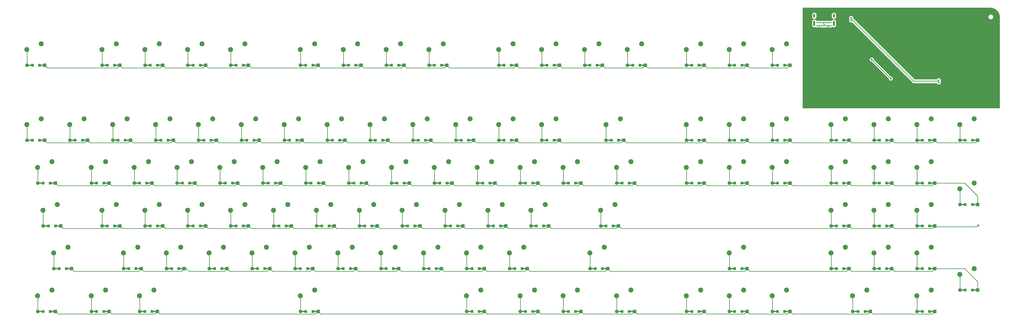
<source format=gbr>
G04 #@! TF.GenerationSoftware,KiCad,Pcbnew,(5.1.9)-1*
G04 #@! TF.CreationDate,2021-04-17T22:02:46-05:00*
G04 #@! TF.ProjectId,try3,74727933-2e6b-4696-9361-645f70636258,rev?*
G04 #@! TF.SameCoordinates,Original*
G04 #@! TF.FileFunction,Copper,L2,Bot*
G04 #@! TF.FilePolarity,Positive*
%FSLAX46Y46*%
G04 Gerber Fmt 4.6, Leading zero omitted, Abs format (unit mm)*
G04 Created by KiCad (PCBNEW (5.1.9)-1) date 2021-04-17 22:02:46*
%MOMM*%
%LPD*%
G01*
G04 APERTURE LIST*
G04 #@! TA.AperFunction,ComponentPad*
%ADD10C,0.650000*%
G04 #@! TD*
G04 #@! TA.AperFunction,ComponentPad*
%ADD11O,0.900000X2.400000*%
G04 #@! TD*
G04 #@! TA.AperFunction,ComponentPad*
%ADD12O,0.900000X1.700000*%
G04 #@! TD*
G04 #@! TA.AperFunction,ComponentPad*
%ADD13C,2.200000*%
G04 #@! TD*
G04 #@! TA.AperFunction,SMDPad,CuDef*
%ADD14R,2.500000X0.500000*%
G04 #@! TD*
G04 #@! TA.AperFunction,ComponentPad*
%ADD15C,1.600000*%
G04 #@! TD*
G04 #@! TA.AperFunction,ComponentPad*
%ADD16R,1.600000X1.600000*%
G04 #@! TD*
G04 #@! TA.AperFunction,SMDPad,CuDef*
%ADD17R,1.200000X1.200000*%
G04 #@! TD*
G04 #@! TA.AperFunction,ViaPad*
%ADD18C,0.800000*%
G04 #@! TD*
G04 #@! TA.AperFunction,Conductor*
%ADD19C,0.250000*%
G04 #@! TD*
G04 #@! TA.AperFunction,Conductor*
%ADD20C,0.200000*%
G04 #@! TD*
G04 #@! TA.AperFunction,Conductor*
%ADD21C,0.254000*%
G04 #@! TD*
G04 #@! TA.AperFunction,Conductor*
%ADD22C,0.100000*%
G04 #@! TD*
G04 APERTURE END LIST*
D10*
G04 #@! TO.P,J1,A5*
G04 #@! TO.N,Net-(J1-PadA5)*
X382611550Y133644450D03*
G04 #@! TO.P,J1,A1*
G04 #@! TO.N,GND*
X384311550Y133644450D03*
G04 #@! TO.P,J1,A4*
G04 #@! TO.N,VCC*
X383461550Y133644450D03*
G04 #@! TO.P,J1,A6*
G04 #@! TO.N,/USB_D1+*
X381761550Y133644450D03*
G04 #@! TO.P,J1,A7*
G04 #@! TO.N,/USB_D1-*
X380911550Y133644450D03*
G04 #@! TO.P,J1,A8*
G04 #@! TO.N,Net-(J1-PadA8)*
X380061550Y133644450D03*
G04 #@! TO.P,J1,A9*
G04 #@! TO.N,VCC*
X379211550Y133644450D03*
G04 #@! TO.P,J1,A12*
G04 #@! TO.N,GND*
X378361550Y133644450D03*
G04 #@! TO.P,J1,B12*
X384311550Y134969450D03*
G04 #@! TO.P,J1,B9*
G04 #@! TO.N,VCC*
X383456550Y134969450D03*
G04 #@! TO.P,J1,B8*
G04 #@! TO.N,Net-(J1-PadB8)*
X382606550Y134969450D03*
G04 #@! TO.P,J1,B7*
G04 #@! TO.N,/USB_D1-*
X381756550Y134969450D03*
G04 #@! TO.P,J1,B6*
G04 #@! TO.N,/USB_D1+*
X380906550Y134969450D03*
G04 #@! TO.P,J1,B5*
G04 #@! TO.N,Net-(J1-PadB5)*
X380056550Y134969450D03*
G04 #@! TO.P,J1,B4*
G04 #@! TO.N,VCC*
X379206550Y134969450D03*
G04 #@! TO.P,J1,B1*
G04 #@! TO.N,GND*
X378356550Y134969450D03*
D11*
G04 #@! TO.P,J1,S1*
X385661550Y134624450D03*
X377011550Y134624450D03*
D12*
X385661550Y138004450D03*
X377011550Y138004450D03*
G04 #@! TD*
D13*
G04 #@! TO.P,K_93,2*
G04 #@! TO.N,Net-(D93-Pad2)*
X403409150Y89833450D03*
G04 #@! TO.P,K_93,1*
G04 #@! TO.N,/col18*
X409759150Y92373450D03*
G04 #@! TD*
G04 #@! TO.P,K_11,2*
G04 #@! TO.N,Net-(D11-Pad2)*
X71812150Y32988250D03*
G04 #@! TO.P,K_11,1*
G04 #@! TO.N,/col1*
X78162150Y35528250D03*
G04 #@! TD*
G04 #@! TO.P,K_37,2*
G04 #@! TO.N,Net-(D37-Pad2)*
X152342850Y70885050D03*
G04 #@! TO.P,K_37,1*
G04 #@! TO.N,/col6*
X158692850Y73425050D03*
G04 #@! TD*
G04 #@! TO.P,K_17,2*
G04 #@! TO.N,Net-(D17-Pad2)*
X90760550Y32988250D03*
G04 #@! TO.P,K_17,1*
G04 #@! TO.N,/col2*
X97110550Y35528250D03*
G04 #@! TD*
G04 #@! TO.P,K_12,2*
G04 #@! TO.N,Net-(D12-Pad2)*
X57600850Y14039850D03*
G04 #@! TO.P,K_12,1*
G04 #@! TO.N,/col1*
X63950850Y16579850D03*
G04 #@! TD*
G04 #@! TO.P,K_15,2*
G04 #@! TO.N,Net-(D15-Pad2)*
X76549250Y70885050D03*
G04 #@! TO.P,K_15,1*
G04 #@! TO.N,/col2*
X82899250Y73425050D03*
G04 #@! TD*
G04 #@! TO.P,K_71,2*
G04 #@! TO.N,Net-(D71-Pad2)*
X289718750Y70885050D03*
G04 #@! TO.P,K_71,1*
G04 #@! TO.N,/col13*
X296068750Y73425050D03*
G04 #@! TD*
G04 #@! TO.P,K_28,2*
G04 #@! TO.N,Net-(D28-Pad2)*
X128657350Y32988250D03*
G04 #@! TO.P,K_28,1*
G04 #@! TO.N,/col4*
X135007350Y35528250D03*
G04 #@! TD*
G04 #@! TO.P,K_82,2*
G04 #@! TO.N,Net-(D82-Pad2)*
X339458300Y32988250D03*
G04 #@! TO.P,K_82,1*
G04 #@! TO.N,/col15*
X345808300Y35528250D03*
G04 #@! TD*
G04 #@! TO.P,K_62,2*
G04 #@! TO.N,Net-(D62-Pad2)*
X237610650Y89833450D03*
G04 #@! TO.P,K_62,1*
G04 #@! TO.N,/col11*
X243960650Y92373450D03*
G04 #@! TD*
G04 #@! TO.P,K_42,2*
G04 #@! TO.N,Net-(D42-Pad2)*
X171291250Y70885050D03*
G04 #@! TO.P,K_42,1*
G04 #@! TO.N,/col7*
X177641250Y73425050D03*
G04 #@! TD*
G04 #@! TO.P,K_2,2*
G04 #@! TO.N,Net-(D2-Pad2)*
X29178250Y89833450D03*
G04 #@! TO.P,K_2,1*
G04 #@! TO.N,/col0*
X35528250Y92373450D03*
G04 #@! TD*
G04 #@! TO.P,K_3,2*
G04 #@! TO.N,Net-(D3-Pad2)*
X33915350Y70885050D03*
G04 #@! TO.P,K_3,1*
G04 #@! TO.N,/col0*
X40265350Y73425050D03*
G04 #@! TD*
G04 #@! TO.P,K_31,2*
G04 #@! TO.N,Net-(D31-Pad2)*
X133394450Y70885050D03*
G04 #@! TO.P,K_31,1*
G04 #@! TO.N,/col5*
X139744450Y73425050D03*
G04 #@! TD*
G04 #@! TO.P,K_34,2*
G04 #@! TO.N,Net-(D34-Pad2)*
X149974300Y14039850D03*
G04 #@! TO.P,K_34,1*
G04 #@! TO.N,/col5*
X156324300Y16579850D03*
G04 #@! TD*
G04 #@! TO.P,K_58,2*
G04 #@! TO.N,Net-(D58-Pad2)*
X232873550Y51936650D03*
G04 #@! TO.P,K_58,1*
G04 #@! TO.N,/col10*
X239223550Y54476650D03*
G04 #@! TD*
G04 #@! TO.P,K_79,2*
G04 #@! TO.N,Net-(D79-Pad2)*
X339458300Y122993150D03*
G04 #@! TO.P,K_79,1*
G04 #@! TO.N,/col15*
X345808300Y125533150D03*
G04 #@! TD*
G04 #@! TO.P,K_16,2*
G04 #@! TO.N,Net-(D16-Pad2)*
X81286350Y51936650D03*
G04 #@! TO.P,K_16,1*
G04 #@! TO.N,/col2*
X87636350Y54476650D03*
G04 #@! TD*
G04 #@! TO.P,K_73,2*
G04 #@! TO.N,Net-(D73-Pad2)*
X277876000Y32988250D03*
G04 #@! TO.P,K_73,1*
G04 #@! TO.N,/col13*
X284226000Y35528250D03*
G04 #@! TD*
G04 #@! TO.P,K_74,2*
G04 #@! TO.N,Net-(D74-Pad2)*
X289718750Y14039850D03*
G04 #@! TO.P,K_74,1*
G04 #@! TO.N,/col13*
X296068750Y16579850D03*
G04 #@! TD*
G04 #@! TO.P,K_87,2*
G04 #@! TO.N,Net-(D87-Pad2)*
X358406700Y14039850D03*
G04 #@! TO.P,K_87,1*
G04 #@! TO.N,/col16*
X364756700Y16579850D03*
G04 #@! TD*
G04 #@! TO.P,K_54,2*
G04 #@! TO.N,Net-(D54-Pad2)*
X223399350Y14039850D03*
G04 #@! TO.P,K_54,1*
G04 #@! TO.N,/col9*
X229749350Y16579850D03*
G04 #@! TD*
G04 #@! TO.P,K_68,2*
G04 #@! TO.N,Net-(D68-Pad2)*
X266033250Y70885050D03*
G04 #@! TO.P,K_68,1*
G04 #@! TO.N,/col12*
X272383250Y73425050D03*
G04 #@! TD*
G04 #@! TO.P,K_53,2*
G04 #@! TO.N,Net-(D53-Pad2)*
X223399350Y32988250D03*
G04 #@! TO.P,K_53,1*
G04 #@! TO.N,/col9*
X229749350Y35528250D03*
G04 #@! TD*
G04 #@! TO.P,K_26,2*
G04 #@! TO.N,Net-(D26-Pad2)*
X114446050Y70885050D03*
G04 #@! TO.P,K_26,1*
G04 #@! TO.N,/col4*
X120796050Y73425050D03*
G04 #@! TD*
G04 #@! TO.P,K_64,2*
G04 #@! TO.N,Net-(D64-Pad2)*
X251821950Y51936650D03*
G04 #@! TO.P,K_64,1*
G04 #@! TO.N,/col11*
X258171950Y54476650D03*
G04 #@! TD*
G04 #@! TO.P,K_59,2*
G04 #@! TO.N,Net-(D59-Pad2)*
X242347750Y32988250D03*
G04 #@! TO.P,K_59,1*
G04 #@! TO.N,/col10*
X248697750Y35528250D03*
G04 #@! TD*
G04 #@! TO.P,K_9,2*
G04 #@! TO.N,Net-(D9-Pad2)*
X57600850Y70885050D03*
G04 #@! TO.P,K_9,1*
G04 #@! TO.N,/col1*
X63950850Y73425050D03*
G04 #@! TD*
G04 #@! TO.P,K_75,2*
G04 #@! TO.N,Net-(D75-Pad2)*
X320509900Y122993150D03*
G04 #@! TO.P,K_75,1*
G04 #@! TO.N,/col14*
X326859900Y125533150D03*
G04 #@! TD*
G04 #@! TO.P,K_67,2*
G04 #@! TO.N,Net-(D67-Pad2)*
X256559050Y89833450D03*
G04 #@! TO.P,K_67,1*
G04 #@! TO.N,/col12*
X262909050Y92373450D03*
G04 #@! TD*
G04 #@! TO.P,K_84,2*
G04 #@! TO.N,Net-(D84-Pad2)*
X358406700Y122993150D03*
G04 #@! TO.P,K_84,1*
G04 #@! TO.N,/col16*
X364756700Y125533150D03*
G04 #@! TD*
G04 #@! TO.P,K_85,2*
G04 #@! TO.N,Net-(D85-Pad2)*
X358406700Y89833450D03*
G04 #@! TO.P,K_85,1*
G04 #@! TO.N,/col16*
X364756700Y92373450D03*
G04 #@! TD*
G04 #@! TO.P,K_86,2*
G04 #@! TO.N,Net-(D86-Pad2)*
X358406700Y70885050D03*
G04 #@! TO.P,K_86,1*
G04 #@! TO.N,/col16*
X364756700Y73425050D03*
G04 #@! TD*
G04 #@! TO.P,K_57,2*
G04 #@! TO.N,Net-(D57-Pad2)*
X228136450Y70885050D03*
G04 #@! TO.P,K_57,1*
G04 #@! TO.N,/col10*
X234486450Y73425050D03*
G04 #@! TD*
G04 #@! TO.P,K_51,2*
G04 #@! TO.N,Net-(D51-Pad2)*
X209188050Y70885050D03*
G04 #@! TO.P,K_51,1*
G04 #@! TO.N,/col9*
X215538050Y73425050D03*
G04 #@! TD*
G04 #@! TO.P,K_97,2*
G04 #@! TO.N,Net-(D97-Pad2)*
X422357550Y89833450D03*
G04 #@! TO.P,K_97,1*
G04 #@! TO.N,/col19*
X428707550Y92373450D03*
G04 #@! TD*
G04 #@! TO.P,K_103,2*
G04 #@! TO.N,Net-(D103-Pad2)*
X441305950Y61410850D03*
G04 #@! TO.P,K_103,1*
G04 #@! TO.N,/col20*
X447655950Y63950850D03*
G04 #@! TD*
G04 #@! TO.P,K_102,2*
G04 #@! TO.N,Net-(D102-Pad2)*
X441305950Y89833450D03*
G04 #@! TO.P,K_102,1*
G04 #@! TO.N,/col20*
X447655950Y92373450D03*
G04 #@! TD*
G04 #@! TO.P,K_104,2*
G04 #@! TO.N,Net-(D104-Pad2)*
X441305950Y23514050D03*
G04 #@! TO.P,K_104,1*
G04 #@! TO.N,/col20*
X447655950Y26054050D03*
G04 #@! TD*
G04 #@! TO.P,K_101,2*
G04 #@! TO.N,Net-(D101-Pad2)*
X422357550Y14039850D03*
G04 #@! TO.P,K_101,1*
G04 #@! TO.N,/col19*
X428707550Y16579850D03*
G04 #@! TD*
G04 #@! TO.P,K_98,2*
G04 #@! TO.N,Net-(D98-Pad2)*
X422357550Y70885050D03*
G04 #@! TO.P,K_98,1*
G04 #@! TO.N,/col19*
X428707550Y73425050D03*
G04 #@! TD*
G04 #@! TO.P,K_94,2*
G04 #@! TO.N,Net-(D94-Pad2)*
X403409150Y70885050D03*
G04 #@! TO.P,K_94,1*
G04 #@! TO.N,/col18*
X409759150Y73425050D03*
G04 #@! TD*
G04 #@! TO.P,K_89,2*
G04 #@! TO.N,Net-(D89-Pad2)*
X384460750Y70885050D03*
G04 #@! TO.P,K_89,1*
G04 #@! TO.N,/col17*
X390810750Y73425050D03*
G04 #@! TD*
G04 #@! TO.P,K_99,2*
G04 #@! TO.N,Net-(D99-Pad2)*
X422357550Y51936650D03*
G04 #@! TO.P,K_99,1*
G04 #@! TO.N,/col19*
X428707550Y54476650D03*
G04 #@! TD*
G04 #@! TO.P,K_95,2*
G04 #@! TO.N,Net-(D95-Pad2)*
X403409150Y51936650D03*
G04 #@! TO.P,K_95,1*
G04 #@! TO.N,/col18*
X409759150Y54476650D03*
G04 #@! TD*
G04 #@! TO.P,K_90,2*
G04 #@! TO.N,Net-(D90-Pad2)*
X384460750Y51936650D03*
G04 #@! TO.P,K_90,1*
G04 #@! TO.N,/col17*
X390810750Y54476650D03*
G04 #@! TD*
G04 #@! TO.P,K_100,2*
G04 #@! TO.N,Net-(D100-Pad2)*
X422357550Y32988250D03*
G04 #@! TO.P,K_100,1*
G04 #@! TO.N,/col19*
X428707550Y35528250D03*
G04 #@! TD*
G04 #@! TO.P,K_96,2*
G04 #@! TO.N,Net-(D96-Pad2)*
X403409150Y32988250D03*
G04 #@! TO.P,K_96,1*
G04 #@! TO.N,/col18*
X409759150Y35528250D03*
G04 #@! TD*
G04 #@! TO.P,K_91,2*
G04 #@! TO.N,Net-(D91-Pad2)*
X384460750Y32988250D03*
G04 #@! TO.P,K_91,1*
G04 #@! TO.N,/col17*
X390810750Y35528250D03*
G04 #@! TD*
G04 #@! TO.P,K_92,2*
G04 #@! TO.N,Net-(D92-Pad2)*
X393934950Y14039850D03*
G04 #@! TO.P,K_92,1*
G04 #@! TO.N,/col17*
X400284950Y16579850D03*
G04 #@! TD*
G04 #@! TO.P,K_88,2*
G04 #@! TO.N,Net-(D88-Pad2)*
X384460750Y89833450D03*
G04 #@! TO.P,K_88,1*
G04 #@! TO.N,/col17*
X390810750Y92373450D03*
G04 #@! TD*
G04 #@! TO.P,K_39,2*
G04 #@! TO.N,Net-(D39-Pad2)*
X166554150Y32988250D03*
G04 #@! TO.P,K_39,1*
G04 #@! TO.N,/col6*
X172904150Y35528250D03*
G04 #@! TD*
G04 #@! TO.P,K_60,2*
G04 #@! TO.N,Net-(D60-Pad2)*
X247084850Y14039850D03*
G04 #@! TO.P,K_60,1*
G04 #@! TO.N,/col10*
X253434850Y16579850D03*
G04 #@! TD*
G04 #@! TO.P,K_44,2*
G04 #@! TO.N,Net-(D44-Pad2)*
X185502550Y32988250D03*
G04 #@! TO.P,K_44,1*
G04 #@! TO.N,/col7*
X191852550Y35528250D03*
G04 #@! TD*
G04 #@! TO.P,K_5,2*
G04 #@! TO.N,Net-(D5-Pad2)*
X41021000Y32988250D03*
G04 #@! TO.P,K_5,1*
G04 #@! TO.N,/col0*
X47371000Y35528250D03*
G04 #@! TD*
G04 #@! TO.P,K_6,2*
G04 #@! TO.N,Net-(D6-Pad2)*
X33915350Y14039850D03*
G04 #@! TO.P,K_6,1*
G04 #@! TO.N,/col0*
X40265350Y16579850D03*
G04 #@! TD*
G04 #@! TO.P,K_78,2*
G04 #@! TO.N,Net-(D78-Pad2)*
X320509900Y14039850D03*
G04 #@! TO.P,K_78,1*
G04 #@! TO.N,/col14*
X326859900Y16579850D03*
G04 #@! TD*
G04 #@! TO.P,K_18,2*
G04 #@! TO.N,Net-(D18-Pad2)*
X78917800Y14039850D03*
G04 #@! TO.P,K_18,1*
G04 #@! TO.N,/col2*
X85267800Y16579850D03*
G04 #@! TD*
G04 #@! TO.P,K_63,2*
G04 #@! TO.N,Net-(D63-Pad2)*
X247084850Y70885050D03*
G04 #@! TO.P,K_63,1*
G04 #@! TO.N,/col11*
X253434850Y73425050D03*
G04 #@! TD*
G04 #@! TO.P,K_49,2*
G04 #@! TO.N,Net-(D49-Pad2)*
X204450950Y32988250D03*
G04 #@! TO.P,K_49,1*
G04 #@! TO.N,/col8*
X210800950Y35528250D03*
G04 #@! TD*
G04 #@! TO.P,K_52,2*
G04 #@! TO.N,Net-(D52-Pad2)*
X213925150Y51936650D03*
G04 #@! TO.P,K_52,1*
G04 #@! TO.N,/col9*
X220275150Y54476650D03*
G04 #@! TD*
G04 #@! TO.P,K_48,2*
G04 #@! TO.N,Net-(D48-Pad2)*
X194976750Y51936650D03*
G04 #@! TO.P,K_48,1*
G04 #@! TO.N,/col8*
X201326750Y54476650D03*
G04 #@! TD*
G04 #@! TO.P,K_43,2*
G04 #@! TO.N,Net-(D43-Pad2)*
X176028350Y51936650D03*
G04 #@! TO.P,K_43,1*
G04 #@! TO.N,/col7*
X182378350Y54476650D03*
G04 #@! TD*
G04 #@! TO.P,K_76,2*
G04 #@! TO.N,Net-(D76-Pad2)*
X320509900Y89833450D03*
G04 #@! TO.P,K_76,1*
G04 #@! TO.N,/col14*
X326859900Y92373450D03*
G04 #@! TD*
G04 #@! TO.P,K_47,2*
G04 #@! TO.N,Net-(D47-Pad2)*
X190239650Y70885050D03*
G04 #@! TO.P,K_47,1*
G04 #@! TO.N,/col8*
X196589650Y73425050D03*
G04 #@! TD*
G04 #@! TO.P,K_80,2*
G04 #@! TO.N,Net-(D80-Pad2)*
X339458300Y89833450D03*
G04 #@! TO.P,K_80,1*
G04 #@! TO.N,/col15*
X345808300Y92373450D03*
G04 #@! TD*
G04 #@! TO.P,K_38,2*
G04 #@! TO.N,Net-(D38-Pad2)*
X157079950Y51936650D03*
G04 #@! TO.P,K_38,1*
G04 #@! TO.N,/col6*
X163429950Y54476650D03*
G04 #@! TD*
G04 #@! TO.P,K_32,2*
G04 #@! TO.N,Net-(D32-Pad2)*
X138131550Y51936650D03*
G04 #@! TO.P,K_32,1*
G04 #@! TO.N,/col5*
X144481550Y54476650D03*
G04 #@! TD*
G04 #@! TO.P,K_65,2*
G04 #@! TO.N,Net-(D65-Pad2)*
X266033250Y14039850D03*
G04 #@! TO.P,K_65,1*
G04 #@! TO.N,/col11*
X272383250Y16579850D03*
G04 #@! TD*
G04 #@! TO.P,K_27,2*
G04 #@! TO.N,Net-(D27-Pad2)*
X119183150Y51936650D03*
G04 #@! TO.P,K_27,1*
G04 #@! TO.N,/col4*
X125533150Y54476650D03*
G04 #@! TD*
G04 #@! TO.P,K_69,2*
G04 #@! TO.N,Net-(D69-Pad2)*
X294455850Y122993150D03*
G04 #@! TO.P,K_69,1*
G04 #@! TO.N,/col13*
X300805850Y125533150D03*
G04 #@! TD*
G04 #@! TO.P,K_66,2*
G04 #@! TO.N,Net-(D66-Pad2)*
X275507450Y122993150D03*
G04 #@! TO.P,K_66,1*
G04 #@! TO.N,/col12*
X281857450Y125533150D03*
G04 #@! TD*
G04 #@! TO.P,K_61,2*
G04 #@! TO.N,Net-(D61-Pad2)*
X256559050Y122993150D03*
G04 #@! TO.P,K_61,1*
G04 #@! TO.N,/col11*
X262909050Y125533150D03*
G04 #@! TD*
G04 #@! TO.P,K_55,2*
G04 #@! TO.N,Net-(D55-Pad2)*
X237610650Y122993150D03*
G04 #@! TO.P,K_55,1*
G04 #@! TO.N,/col10*
X243960650Y125533150D03*
G04 #@! TD*
G04 #@! TO.P,K_45,2*
G04 #@! TO.N,Net-(D45-Pad2)*
X206819500Y122993150D03*
G04 #@! TO.P,K_45,1*
G04 #@! TO.N,/col8*
X213169500Y125533150D03*
G04 #@! TD*
G04 #@! TO.P,K_40,2*
G04 #@! TO.N,Net-(D40-Pad2)*
X187871100Y122993150D03*
G04 #@! TO.P,K_40,1*
G04 #@! TO.N,/col7*
X194221100Y125533150D03*
G04 #@! TD*
G04 #@! TO.P,K_35,2*
G04 #@! TO.N,Net-(D35-Pad2)*
X168922700Y122993150D03*
G04 #@! TO.P,K_35,1*
G04 #@! TO.N,/col6*
X175272700Y125533150D03*
G04 #@! TD*
G04 #@! TO.P,K_29,2*
G04 #@! TO.N,Net-(D29-Pad2)*
X149974300Y122993150D03*
G04 #@! TO.P,K_29,1*
G04 #@! TO.N,/col5*
X156324300Y125533150D03*
G04 #@! TD*
G04 #@! TO.P,K_24,2*
G04 #@! TO.N,Net-(D24-Pad2)*
X119183150Y122993150D03*
G04 #@! TO.P,K_24,1*
G04 #@! TO.N,/col4*
X125533150Y125533150D03*
G04 #@! TD*
G04 #@! TO.P,K_19,2*
G04 #@! TO.N,Net-(D19-Pad2)*
X100234750Y122993150D03*
G04 #@! TO.P,K_19,1*
G04 #@! TO.N,/col3*
X106584750Y125533150D03*
G04 #@! TD*
G04 #@! TO.P,K_13,2*
G04 #@! TO.N,Net-(D13-Pad2)*
X81286350Y122993150D03*
G04 #@! TO.P,K_13,1*
G04 #@! TO.N,/col2*
X87636350Y125533150D03*
G04 #@! TD*
G04 #@! TO.P,K_7,2*
G04 #@! TO.N,Net-(D7-Pad2)*
X62337950Y122993150D03*
G04 #@! TO.P,K_7,1*
G04 #@! TO.N,/col1*
X68687950Y125533150D03*
G04 #@! TD*
G04 #@! TO.P,K_1,2*
G04 #@! TO.N,Net-(D1-Pad2)*
X29178250Y122993150D03*
G04 #@! TO.P,K_1,1*
G04 #@! TO.N,/col0*
X35528250Y125533150D03*
G04 #@! TD*
G04 #@! TO.P,K_72,2*
G04 #@! TO.N,Net-(D72-Pad2)*
X282613100Y51936650D03*
G04 #@! TO.P,K_72,1*
G04 #@! TO.N,/col13*
X288963100Y54476650D03*
G04 #@! TD*
G04 #@! TO.P,K_81,2*
G04 #@! TO.N,Net-(D81-Pad2)*
X339458300Y70885050D03*
G04 #@! TO.P,K_81,1*
G04 #@! TO.N,/col15*
X345808300Y73425050D03*
G04 #@! TD*
G04 #@! TO.P,K_21,2*
G04 #@! TO.N,Net-(D21-Pad2)*
X95497650Y70885050D03*
G04 #@! TO.P,K_21,1*
G04 #@! TO.N,/col3*
X101847650Y73425050D03*
G04 #@! TD*
G04 #@! TO.P,K_83,2*
G04 #@! TO.N,Net-(D83-Pad2)*
X339458300Y14039850D03*
G04 #@! TO.P,K_83,1*
G04 #@! TO.N,/col15*
X345808300Y16579850D03*
G04 #@! TD*
G04 #@! TO.P,K_77,2*
G04 #@! TO.N,Net-(D77-Pad2)*
X320509900Y70885050D03*
G04 #@! TO.P,K_77,1*
G04 #@! TO.N,/col14*
X326859900Y73425050D03*
G04 #@! TD*
G04 #@! TO.P,K_22,2*
G04 #@! TO.N,Net-(D22-Pad2)*
X100234750Y51936650D03*
G04 #@! TO.P,K_22,1*
G04 #@! TO.N,/col3*
X106584750Y54476650D03*
G04 #@! TD*
G04 #@! TO.P,K_4,2*
G04 #@! TO.N,Net-(D4-Pad2)*
X36283900Y51936650D03*
G04 #@! TO.P,K_4,1*
G04 #@! TO.N,/col0*
X42633900Y54476650D03*
G04 #@! TD*
G04 #@! TO.P,K_23,2*
G04 #@! TO.N,Net-(D23-Pad2)*
X109708950Y32988250D03*
G04 #@! TO.P,K_23,1*
G04 #@! TO.N,/col3*
X116058950Y35528250D03*
G04 #@! TD*
G04 #@! TO.P,K_70,2*
G04 #@! TO.N,Net-(D70-Pad2)*
X284981650Y89833450D03*
G04 #@! TO.P,K_70,1*
G04 #@! TO.N,/col13*
X291331650Y92373450D03*
G04 #@! TD*
G04 #@! TO.P,K_33,2*
G04 #@! TO.N,Net-(D33-Pad2)*
X147605750Y32988250D03*
G04 #@! TO.P,K_33,1*
G04 #@! TO.N,/col5*
X153955750Y35528250D03*
G04 #@! TD*
G04 #@! TO.P,K_10,2*
G04 #@! TO.N,Net-(D10-Pad2)*
X62337950Y51936650D03*
G04 #@! TO.P,K_10,1*
G04 #@! TO.N,/col1*
X68687950Y54476650D03*
G04 #@! TD*
G04 #@! TO.P,K_50,2*
G04 #@! TO.N,Net-(D50-Pad2)*
X199713850Y89833450D03*
G04 #@! TO.P,K_50,1*
G04 #@! TO.N,/col9*
X206063850Y92373450D03*
G04 #@! TD*
G04 #@! TO.P,K_46,2*
G04 #@! TO.N,Net-(D46-Pad2)*
X180765450Y89833450D03*
G04 #@! TO.P,K_46,1*
G04 #@! TO.N,/col8*
X187115450Y92373450D03*
G04 #@! TD*
G04 #@! TO.P,K_41,2*
G04 #@! TO.N,Net-(D41-Pad2)*
X161817050Y89833450D03*
G04 #@! TO.P,K_41,1*
G04 #@! TO.N,/col7*
X168167050Y92373450D03*
G04 #@! TD*
G04 #@! TO.P,K_36,2*
G04 #@! TO.N,Net-(D36-Pad2)*
X142868650Y89833450D03*
G04 #@! TO.P,K_36,1*
G04 #@! TO.N,/col6*
X149218650Y92373450D03*
G04 #@! TD*
G04 #@! TO.P,K_30,2*
G04 #@! TO.N,Net-(D30-Pad2)*
X123920250Y89833450D03*
G04 #@! TO.P,K_30,1*
G04 #@! TO.N,/col5*
X130270250Y92373450D03*
G04 #@! TD*
G04 #@! TO.P,K_25,2*
G04 #@! TO.N,Net-(D25-Pad2)*
X104971850Y89833450D03*
G04 #@! TO.P,K_25,1*
G04 #@! TO.N,/col4*
X111321850Y92373450D03*
G04 #@! TD*
G04 #@! TO.P,K_20,2*
G04 #@! TO.N,Net-(D20-Pad2)*
X86023450Y89833450D03*
G04 #@! TO.P,K_20,1*
G04 #@! TO.N,/col3*
X92373450Y92373450D03*
G04 #@! TD*
G04 #@! TO.P,K_14,2*
G04 #@! TO.N,Net-(D14-Pad2)*
X67075050Y89833450D03*
G04 #@! TO.P,K_14,1*
G04 #@! TO.N,/col2*
X73425050Y92373450D03*
G04 #@! TD*
G04 #@! TO.P,K_8,2*
G04 #@! TO.N,Net-(D8-Pad2)*
X48126650Y89833450D03*
G04 #@! TO.P,K_8,1*
G04 #@! TO.N,/col1*
X54476650Y92373450D03*
G04 #@! TD*
G04 #@! TO.P,K_56,2*
G04 #@! TO.N,Net-(D56-Pad2)*
X218662250Y89833450D03*
G04 #@! TO.P,K_56,1*
G04 #@! TO.N,/col10*
X225012250Y92373450D03*
G04 #@! TD*
D14*
G04 #@! TO.P,D92,2*
G04 #@! TO.N,Net-(D92-Pad2)*
X395216400Y7105650D03*
G04 #@! TO.P,D92,1*
G04 #@! TO.N,/row5*
X400616400Y7105650D03*
D15*
G04 #@! TO.P,D92,2*
G04 #@! TO.N,Net-(D92-Pad2)*
X394016400Y7105650D03*
D16*
G04 #@! TO.P,D92,1*
G04 #@! TO.N,/row5*
X401816400Y7105650D03*
D17*
X399491400Y7105650D03*
G04 #@! TO.P,D92,2*
G04 #@! TO.N,Net-(D92-Pad2)*
X396341400Y7105650D03*
G04 #@! TD*
D14*
G04 #@! TO.P,D101,2*
G04 #@! TO.N,Net-(D101-Pad2)*
X423639000Y7105650D03*
G04 #@! TO.P,D101,1*
G04 #@! TO.N,/row5*
X429039000Y7105650D03*
D15*
G04 #@! TO.P,D101,2*
G04 #@! TO.N,Net-(D101-Pad2)*
X422439000Y7105650D03*
D16*
G04 #@! TO.P,D101,1*
G04 #@! TO.N,/row5*
X430239000Y7105650D03*
D17*
X427914000Y7105650D03*
G04 #@! TO.P,D101,2*
G04 #@! TO.N,Net-(D101-Pad2)*
X424764000Y7105650D03*
G04 #@! TD*
D14*
G04 #@! TO.P,D91,2*
G04 #@! TO.N,Net-(D91-Pad2)*
X385742200Y26054050D03*
G04 #@! TO.P,D91,1*
G04 #@! TO.N,/row4*
X391142200Y26054050D03*
D15*
G04 #@! TO.P,D91,2*
G04 #@! TO.N,Net-(D91-Pad2)*
X384542200Y26054050D03*
D16*
G04 #@! TO.P,D91,1*
G04 #@! TO.N,/row4*
X392342200Y26054050D03*
D17*
X390017200Y26054050D03*
G04 #@! TO.P,D91,2*
G04 #@! TO.N,Net-(D91-Pad2)*
X386867200Y26054050D03*
G04 #@! TD*
D14*
G04 #@! TO.P,D96,2*
G04 #@! TO.N,Net-(D96-Pad2)*
X404690600Y26054050D03*
G04 #@! TO.P,D96,1*
G04 #@! TO.N,/row4*
X410090600Y26054050D03*
D15*
G04 #@! TO.P,D96,2*
G04 #@! TO.N,Net-(D96-Pad2)*
X403490600Y26054050D03*
D16*
G04 #@! TO.P,D96,1*
G04 #@! TO.N,/row4*
X411290600Y26054050D03*
D17*
X408965600Y26054050D03*
G04 #@! TO.P,D96,2*
G04 #@! TO.N,Net-(D96-Pad2)*
X405815600Y26054050D03*
G04 #@! TD*
D14*
G04 #@! TO.P,D100,2*
G04 #@! TO.N,Net-(D100-Pad2)*
X423639000Y26054050D03*
G04 #@! TO.P,D100,1*
G04 #@! TO.N,/row4*
X429039000Y26054050D03*
D15*
G04 #@! TO.P,D100,2*
G04 #@! TO.N,Net-(D100-Pad2)*
X422439000Y26054050D03*
D16*
G04 #@! TO.P,D100,1*
G04 #@! TO.N,/row4*
X430239000Y26054050D03*
D17*
X427914000Y26054050D03*
G04 #@! TO.P,D100,2*
G04 #@! TO.N,Net-(D100-Pad2)*
X424764000Y26054050D03*
G04 #@! TD*
D14*
G04 #@! TO.P,D99,2*
G04 #@! TO.N,Net-(D99-Pad2)*
X423639000Y45002450D03*
G04 #@! TO.P,D99,1*
G04 #@! TO.N,/row3*
X429039000Y45002450D03*
D15*
G04 #@! TO.P,D99,2*
G04 #@! TO.N,Net-(D99-Pad2)*
X422439000Y45002450D03*
D16*
G04 #@! TO.P,D99,1*
G04 #@! TO.N,/row3*
X430239000Y45002450D03*
D17*
X427914000Y45002450D03*
G04 #@! TO.P,D99,2*
G04 #@! TO.N,Net-(D99-Pad2)*
X424764000Y45002450D03*
G04 #@! TD*
D14*
G04 #@! TO.P,D98,2*
G04 #@! TO.N,Net-(D98-Pad2)*
X423639000Y63950850D03*
G04 #@! TO.P,D98,1*
G04 #@! TO.N,/row2*
X429039000Y63950850D03*
D15*
G04 #@! TO.P,D98,2*
G04 #@! TO.N,Net-(D98-Pad2)*
X422439000Y63950850D03*
D16*
G04 #@! TO.P,D98,1*
G04 #@! TO.N,/row2*
X430239000Y63950850D03*
D17*
X427914000Y63950850D03*
G04 #@! TO.P,D98,2*
G04 #@! TO.N,Net-(D98-Pad2)*
X424764000Y63950850D03*
G04 #@! TD*
D14*
G04 #@! TO.P,D97,2*
G04 #@! TO.N,Net-(D97-Pad2)*
X423639000Y82899250D03*
G04 #@! TO.P,D97,1*
G04 #@! TO.N,/row1*
X429039000Y82899250D03*
D15*
G04 #@! TO.P,D97,2*
G04 #@! TO.N,Net-(D97-Pad2)*
X422439000Y82899250D03*
D16*
G04 #@! TO.P,D97,1*
G04 #@! TO.N,/row1*
X430239000Y82899250D03*
D17*
X427914000Y82899250D03*
G04 #@! TO.P,D97,2*
G04 #@! TO.N,Net-(D97-Pad2)*
X424764000Y82899250D03*
G04 #@! TD*
D14*
G04 #@! TO.P,D86,2*
G04 #@! TO.N,Net-(D86-Pad2)*
X359688150Y63950850D03*
G04 #@! TO.P,D86,1*
G04 #@! TO.N,/row2*
X365088150Y63950850D03*
D15*
G04 #@! TO.P,D86,2*
G04 #@! TO.N,Net-(D86-Pad2)*
X358488150Y63950850D03*
D16*
G04 #@! TO.P,D86,1*
G04 #@! TO.N,/row2*
X366288150Y63950850D03*
D17*
X363963150Y63950850D03*
G04 #@! TO.P,D86,2*
G04 #@! TO.N,Net-(D86-Pad2)*
X360813150Y63950850D03*
G04 #@! TD*
D14*
G04 #@! TO.P,D85,2*
G04 #@! TO.N,Net-(D85-Pad2)*
X359688150Y82899250D03*
G04 #@! TO.P,D85,1*
G04 #@! TO.N,/row1*
X365088150Y82899250D03*
D15*
G04 #@! TO.P,D85,2*
G04 #@! TO.N,Net-(D85-Pad2)*
X358488150Y82899250D03*
D16*
G04 #@! TO.P,D85,1*
G04 #@! TO.N,/row1*
X366288150Y82899250D03*
D17*
X363963150Y82899250D03*
G04 #@! TO.P,D85,2*
G04 #@! TO.N,Net-(D85-Pad2)*
X360813150Y82899250D03*
G04 #@! TD*
D14*
G04 #@! TO.P,D84,2*
G04 #@! TO.N,Net-(D84-Pad2)*
X359688150Y116058950D03*
G04 #@! TO.P,D84,1*
G04 #@! TO.N,/row0*
X365088150Y116058950D03*
D15*
G04 #@! TO.P,D84,2*
G04 #@! TO.N,Net-(D84-Pad2)*
X358488150Y116058950D03*
D16*
G04 #@! TO.P,D84,1*
G04 #@! TO.N,/row0*
X366288150Y116058950D03*
D17*
X363963150Y116058950D03*
G04 #@! TO.P,D84,2*
G04 #@! TO.N,Net-(D84-Pad2)*
X360813150Y116058950D03*
G04 #@! TD*
D14*
G04 #@! TO.P,D95,2*
G04 #@! TO.N,Net-(D95-Pad2)*
X404690600Y45002450D03*
G04 #@! TO.P,D95,1*
G04 #@! TO.N,/row3*
X410090600Y45002450D03*
D15*
G04 #@! TO.P,D95,2*
G04 #@! TO.N,Net-(D95-Pad2)*
X403490600Y45002450D03*
D16*
G04 #@! TO.P,D95,1*
G04 #@! TO.N,/row3*
X411290600Y45002450D03*
D17*
X408965600Y45002450D03*
G04 #@! TO.P,D95,2*
G04 #@! TO.N,Net-(D95-Pad2)*
X405815600Y45002450D03*
G04 #@! TD*
D14*
G04 #@! TO.P,D94,2*
G04 #@! TO.N,Net-(D94-Pad2)*
X404690600Y63950850D03*
G04 #@! TO.P,D94,1*
G04 #@! TO.N,/row2*
X410090600Y63950850D03*
D15*
G04 #@! TO.P,D94,2*
G04 #@! TO.N,Net-(D94-Pad2)*
X403490600Y63950850D03*
D16*
G04 #@! TO.P,D94,1*
G04 #@! TO.N,/row2*
X411290600Y63950850D03*
D17*
X408965600Y63950850D03*
G04 #@! TO.P,D94,2*
G04 #@! TO.N,Net-(D94-Pad2)*
X405815600Y63950850D03*
G04 #@! TD*
D14*
G04 #@! TO.P,D93,2*
G04 #@! TO.N,Net-(D93-Pad2)*
X404690600Y82899250D03*
G04 #@! TO.P,D93,1*
G04 #@! TO.N,/row1*
X410090600Y82899250D03*
D15*
G04 #@! TO.P,D93,2*
G04 #@! TO.N,Net-(D93-Pad2)*
X403490600Y82899250D03*
D16*
G04 #@! TO.P,D93,1*
G04 #@! TO.N,/row1*
X411290600Y82899250D03*
D17*
X408965600Y82899250D03*
G04 #@! TO.P,D93,2*
G04 #@! TO.N,Net-(D93-Pad2)*
X405815600Y82899250D03*
G04 #@! TD*
D14*
G04 #@! TO.P,D81,2*
G04 #@! TO.N,Net-(D81-Pad2)*
X340739750Y63950850D03*
G04 #@! TO.P,D81,1*
G04 #@! TO.N,/row2*
X346139750Y63950850D03*
D15*
G04 #@! TO.P,D81,2*
G04 #@! TO.N,Net-(D81-Pad2)*
X339539750Y63950850D03*
D16*
G04 #@! TO.P,D81,1*
G04 #@! TO.N,/row2*
X347339750Y63950850D03*
D17*
X345014750Y63950850D03*
G04 #@! TO.P,D81,2*
G04 #@! TO.N,Net-(D81-Pad2)*
X341864750Y63950850D03*
G04 #@! TD*
D14*
G04 #@! TO.P,D80,2*
G04 #@! TO.N,Net-(D80-Pad2)*
X340739750Y82899250D03*
G04 #@! TO.P,D80,1*
G04 #@! TO.N,/row1*
X346139750Y82899250D03*
D15*
G04 #@! TO.P,D80,2*
G04 #@! TO.N,Net-(D80-Pad2)*
X339539750Y82899250D03*
D16*
G04 #@! TO.P,D80,1*
G04 #@! TO.N,/row1*
X347339750Y82899250D03*
D17*
X345014750Y82899250D03*
G04 #@! TO.P,D80,2*
G04 #@! TO.N,Net-(D80-Pad2)*
X341864750Y82899250D03*
G04 #@! TD*
D14*
G04 #@! TO.P,D79,2*
G04 #@! TO.N,Net-(D79-Pad2)*
X340739750Y116058950D03*
G04 #@! TO.P,D79,1*
G04 #@! TO.N,/row0*
X346139750Y116058950D03*
D15*
G04 #@! TO.P,D79,2*
G04 #@! TO.N,Net-(D79-Pad2)*
X339539750Y116058950D03*
D16*
G04 #@! TO.P,D79,1*
G04 #@! TO.N,/row0*
X347339750Y116058950D03*
D17*
X345014750Y116058950D03*
G04 #@! TO.P,D79,2*
G04 #@! TO.N,Net-(D79-Pad2)*
X341864750Y116058950D03*
G04 #@! TD*
D14*
G04 #@! TO.P,D90,2*
G04 #@! TO.N,Net-(D90-Pad2)*
X385742200Y45002450D03*
G04 #@! TO.P,D90,1*
G04 #@! TO.N,/row3*
X391142200Y45002450D03*
D15*
G04 #@! TO.P,D90,2*
G04 #@! TO.N,Net-(D90-Pad2)*
X384542200Y45002450D03*
D16*
G04 #@! TO.P,D90,1*
G04 #@! TO.N,/row3*
X392342200Y45002450D03*
D17*
X390017200Y45002450D03*
G04 #@! TO.P,D90,2*
G04 #@! TO.N,Net-(D90-Pad2)*
X386867200Y45002450D03*
G04 #@! TD*
D14*
G04 #@! TO.P,D89,2*
G04 #@! TO.N,Net-(D89-Pad2)*
X385742200Y63950850D03*
G04 #@! TO.P,D89,1*
G04 #@! TO.N,/row2*
X391142200Y63950850D03*
D15*
G04 #@! TO.P,D89,2*
G04 #@! TO.N,Net-(D89-Pad2)*
X384542200Y63950850D03*
D16*
G04 #@! TO.P,D89,1*
G04 #@! TO.N,/row2*
X392342200Y63950850D03*
D17*
X390017200Y63950850D03*
G04 #@! TO.P,D89,2*
G04 #@! TO.N,Net-(D89-Pad2)*
X386867200Y63950850D03*
G04 #@! TD*
D14*
G04 #@! TO.P,D88,2*
G04 #@! TO.N,Net-(D88-Pad2)*
X385742200Y82899250D03*
G04 #@! TO.P,D88,1*
G04 #@! TO.N,/row1*
X391142200Y82899250D03*
D15*
G04 #@! TO.P,D88,2*
G04 #@! TO.N,Net-(D88-Pad2)*
X384542200Y82899250D03*
D16*
G04 #@! TO.P,D88,1*
G04 #@! TO.N,/row1*
X392342200Y82899250D03*
D17*
X390017200Y82899250D03*
G04 #@! TO.P,D88,2*
G04 #@! TO.N,Net-(D88-Pad2)*
X386867200Y82899250D03*
G04 #@! TD*
D14*
G04 #@! TO.P,D77,2*
G04 #@! TO.N,Net-(D77-Pad2)*
X321791350Y63950850D03*
G04 #@! TO.P,D77,1*
G04 #@! TO.N,/row2*
X327191350Y63950850D03*
D15*
G04 #@! TO.P,D77,2*
G04 #@! TO.N,Net-(D77-Pad2)*
X320591350Y63950850D03*
D16*
G04 #@! TO.P,D77,1*
G04 #@! TO.N,/row2*
X328391350Y63950850D03*
D17*
X326066350Y63950850D03*
G04 #@! TO.P,D77,2*
G04 #@! TO.N,Net-(D77-Pad2)*
X322916350Y63950850D03*
G04 #@! TD*
D14*
G04 #@! TO.P,D76,2*
G04 #@! TO.N,Net-(D76-Pad2)*
X321791350Y82899250D03*
G04 #@! TO.P,D76,1*
G04 #@! TO.N,/row1*
X327191350Y82899250D03*
D15*
G04 #@! TO.P,D76,2*
G04 #@! TO.N,Net-(D76-Pad2)*
X320591350Y82899250D03*
D16*
G04 #@! TO.P,D76,1*
G04 #@! TO.N,/row1*
X328391350Y82899250D03*
D17*
X326066350Y82899250D03*
G04 #@! TO.P,D76,2*
G04 #@! TO.N,Net-(D76-Pad2)*
X322916350Y82899250D03*
G04 #@! TD*
D14*
G04 #@! TO.P,D75,2*
G04 #@! TO.N,Net-(D75-Pad2)*
X321791350Y116058950D03*
G04 #@! TO.P,D75,1*
G04 #@! TO.N,/row0*
X327191350Y116058950D03*
D15*
G04 #@! TO.P,D75,2*
G04 #@! TO.N,Net-(D75-Pad2)*
X320591350Y116058950D03*
D16*
G04 #@! TO.P,D75,1*
G04 #@! TO.N,/row0*
X328391350Y116058950D03*
D17*
X326066350Y116058950D03*
G04 #@! TO.P,D75,2*
G04 #@! TO.N,Net-(D75-Pad2)*
X322916350Y116058950D03*
G04 #@! TD*
D14*
G04 #@! TO.P,D103,2*
G04 #@! TO.N,Net-(D103-Pad2)*
X442587400Y54476650D03*
G04 #@! TO.P,D103,1*
G04 #@! TO.N,/row2*
X447987400Y54476650D03*
D15*
G04 #@! TO.P,D103,2*
G04 #@! TO.N,Net-(D103-Pad2)*
X441387400Y54476650D03*
D16*
G04 #@! TO.P,D103,1*
G04 #@! TO.N,/row2*
X449187400Y54476650D03*
D17*
X446862400Y54476650D03*
G04 #@! TO.P,D103,2*
G04 #@! TO.N,Net-(D103-Pad2)*
X443712400Y54476650D03*
G04 #@! TD*
D14*
G04 #@! TO.P,D71,2*
G04 #@! TO.N,Net-(D71-Pad2)*
X291000200Y63950850D03*
G04 #@! TO.P,D71,1*
G04 #@! TO.N,/row2*
X296400200Y63950850D03*
D15*
G04 #@! TO.P,D71,2*
G04 #@! TO.N,Net-(D71-Pad2)*
X289800200Y63950850D03*
D16*
G04 #@! TO.P,D71,1*
G04 #@! TO.N,/row2*
X297600200Y63950850D03*
D17*
X295275200Y63950850D03*
G04 #@! TO.P,D71,2*
G04 #@! TO.N,Net-(D71-Pad2)*
X292125200Y63950850D03*
G04 #@! TD*
D14*
G04 #@! TO.P,D70,2*
G04 #@! TO.N,Net-(D70-Pad2)*
X286263100Y82899250D03*
G04 #@! TO.P,D70,1*
G04 #@! TO.N,/row1*
X291663100Y82899250D03*
D15*
G04 #@! TO.P,D70,2*
G04 #@! TO.N,Net-(D70-Pad2)*
X285063100Y82899250D03*
D16*
G04 #@! TO.P,D70,1*
G04 #@! TO.N,/row1*
X292863100Y82899250D03*
D17*
X290538100Y82899250D03*
G04 #@! TO.P,D70,2*
G04 #@! TO.N,Net-(D70-Pad2)*
X287388100Y82899250D03*
G04 #@! TD*
D14*
G04 #@! TO.P,D104,2*
G04 #@! TO.N,Net-(D104-Pad2)*
X442587400Y16579850D03*
G04 #@! TO.P,D104,1*
G04 #@! TO.N,/row4*
X447987400Y16579850D03*
D15*
G04 #@! TO.P,D104,2*
G04 #@! TO.N,Net-(D104-Pad2)*
X441387400Y16579850D03*
D16*
G04 #@! TO.P,D104,1*
G04 #@! TO.N,/row4*
X449187400Y16579850D03*
D17*
X446862400Y16579850D03*
G04 #@! TO.P,D104,2*
G04 #@! TO.N,Net-(D104-Pad2)*
X443712400Y16579850D03*
G04 #@! TD*
D14*
G04 #@! TO.P,D102,2*
G04 #@! TO.N,Net-(D102-Pad2)*
X442587400Y82899250D03*
G04 #@! TO.P,D102,1*
G04 #@! TO.N,/row1*
X447987400Y82899250D03*
D15*
G04 #@! TO.P,D102,2*
G04 #@! TO.N,Net-(D102-Pad2)*
X441387400Y82899250D03*
D16*
G04 #@! TO.P,D102,1*
G04 #@! TO.N,/row1*
X449187400Y82899250D03*
D17*
X446862400Y82899250D03*
G04 #@! TO.P,D102,2*
G04 #@! TO.N,Net-(D102-Pad2)*
X443712400Y82899250D03*
G04 #@! TD*
D14*
G04 #@! TO.P,D72,2*
G04 #@! TO.N,Net-(D72-Pad2)*
X283894550Y45002450D03*
G04 #@! TO.P,D72,1*
G04 #@! TO.N,/row3*
X289294550Y45002450D03*
D15*
G04 #@! TO.P,D72,2*
G04 #@! TO.N,Net-(D72-Pad2)*
X282694550Y45002450D03*
D16*
G04 #@! TO.P,D72,1*
G04 #@! TO.N,/row3*
X290494550Y45002450D03*
D17*
X288169550Y45002450D03*
G04 #@! TO.P,D72,2*
G04 #@! TO.N,Net-(D72-Pad2)*
X285019550Y45002450D03*
G04 #@! TD*
D14*
G04 #@! TO.P,D68,2*
G04 #@! TO.N,Net-(D68-Pad2)*
X267314700Y63950850D03*
G04 #@! TO.P,D68,1*
G04 #@! TO.N,/row2*
X272714700Y63950850D03*
D15*
G04 #@! TO.P,D68,2*
G04 #@! TO.N,Net-(D68-Pad2)*
X266114700Y63950850D03*
D16*
G04 #@! TO.P,D68,1*
G04 #@! TO.N,/row2*
X273914700Y63950850D03*
D17*
X271589700Y63950850D03*
G04 #@! TO.P,D68,2*
G04 #@! TO.N,Net-(D68-Pad2)*
X268439700Y63950850D03*
G04 #@! TD*
D14*
G04 #@! TO.P,D67,2*
G04 #@! TO.N,Net-(D67-Pad2)*
X257840500Y82899250D03*
G04 #@! TO.P,D67,1*
G04 #@! TO.N,/row1*
X263240500Y82899250D03*
D15*
G04 #@! TO.P,D67,2*
G04 #@! TO.N,Net-(D67-Pad2)*
X256640500Y82899250D03*
D16*
G04 #@! TO.P,D67,1*
G04 #@! TO.N,/row1*
X264440500Y82899250D03*
D17*
X262115500Y82899250D03*
G04 #@! TO.P,D67,2*
G04 #@! TO.N,Net-(D67-Pad2)*
X258965500Y82899250D03*
G04 #@! TD*
D14*
G04 #@! TO.P,D69,2*
G04 #@! TO.N,Net-(D69-Pad2)*
X295737300Y116058950D03*
G04 #@! TO.P,D69,1*
G04 #@! TO.N,/row0*
X301137300Y116058950D03*
D15*
G04 #@! TO.P,D69,2*
G04 #@! TO.N,Net-(D69-Pad2)*
X294537300Y116058950D03*
D16*
G04 #@! TO.P,D69,1*
G04 #@! TO.N,/row0*
X302337300Y116058950D03*
D17*
X300012300Y116058950D03*
G04 #@! TO.P,D69,2*
G04 #@! TO.N,Net-(D69-Pad2)*
X296862300Y116058950D03*
G04 #@! TD*
D14*
G04 #@! TO.P,D82,2*
G04 #@! TO.N,Net-(D82-Pad2)*
X340739750Y26054050D03*
G04 #@! TO.P,D82,1*
G04 #@! TO.N,/row4*
X346139750Y26054050D03*
D15*
G04 #@! TO.P,D82,2*
G04 #@! TO.N,Net-(D82-Pad2)*
X339539750Y26054050D03*
D16*
G04 #@! TO.P,D82,1*
G04 #@! TO.N,/row4*
X347339750Y26054050D03*
D17*
X345014750Y26054050D03*
G04 #@! TO.P,D82,2*
G04 #@! TO.N,Net-(D82-Pad2)*
X341864750Y26054050D03*
G04 #@! TD*
D14*
G04 #@! TO.P,D73,2*
G04 #@! TO.N,Net-(D73-Pad2)*
X279157450Y26054050D03*
G04 #@! TO.P,D73,1*
G04 #@! TO.N,/row4*
X284557450Y26054050D03*
D15*
G04 #@! TO.P,D73,2*
G04 #@! TO.N,Net-(D73-Pad2)*
X277957450Y26054050D03*
D16*
G04 #@! TO.P,D73,1*
G04 #@! TO.N,/row4*
X285757450Y26054050D03*
D17*
X283432450Y26054050D03*
G04 #@! TO.P,D73,2*
G04 #@! TO.N,Net-(D73-Pad2)*
X280282450Y26054050D03*
G04 #@! TD*
D14*
G04 #@! TO.P,D64,2*
G04 #@! TO.N,Net-(D64-Pad2)*
X253103400Y45002450D03*
G04 #@! TO.P,D64,1*
G04 #@! TO.N,/row3*
X258503400Y45002450D03*
D15*
G04 #@! TO.P,D64,2*
G04 #@! TO.N,Net-(D64-Pad2)*
X251903400Y45002450D03*
D16*
G04 #@! TO.P,D64,1*
G04 #@! TO.N,/row3*
X259703400Y45002450D03*
D17*
X257378400Y45002450D03*
G04 #@! TO.P,D64,2*
G04 #@! TO.N,Net-(D64-Pad2)*
X254228400Y45002450D03*
G04 #@! TD*
D14*
G04 #@! TO.P,D63,2*
G04 #@! TO.N,Net-(D63-Pad2)*
X248366300Y63950850D03*
G04 #@! TO.P,D63,1*
G04 #@! TO.N,/row2*
X253766300Y63950850D03*
D15*
G04 #@! TO.P,D63,2*
G04 #@! TO.N,Net-(D63-Pad2)*
X247166300Y63950850D03*
D16*
G04 #@! TO.P,D63,1*
G04 #@! TO.N,/row2*
X254966300Y63950850D03*
D17*
X252641300Y63950850D03*
G04 #@! TO.P,D63,2*
G04 #@! TO.N,Net-(D63-Pad2)*
X249491300Y63950850D03*
G04 #@! TD*
D14*
G04 #@! TO.P,D62,2*
G04 #@! TO.N,Net-(D62-Pad2)*
X238892100Y82899250D03*
G04 #@! TO.P,D62,1*
G04 #@! TO.N,/row1*
X244292100Y82899250D03*
D15*
G04 #@! TO.P,D62,2*
G04 #@! TO.N,Net-(D62-Pad2)*
X237692100Y82899250D03*
D16*
G04 #@! TO.P,D62,1*
G04 #@! TO.N,/row1*
X245492100Y82899250D03*
D17*
X243167100Y82899250D03*
G04 #@! TO.P,D62,2*
G04 #@! TO.N,Net-(D62-Pad2)*
X240017100Y82899250D03*
G04 #@! TD*
D14*
G04 #@! TO.P,D66,2*
G04 #@! TO.N,Net-(D66-Pad2)*
X276788900Y116058950D03*
G04 #@! TO.P,D66,1*
G04 #@! TO.N,/row0*
X282188900Y116058950D03*
D15*
G04 #@! TO.P,D66,2*
G04 #@! TO.N,Net-(D66-Pad2)*
X275588900Y116058950D03*
D16*
G04 #@! TO.P,D66,1*
G04 #@! TO.N,/row0*
X283388900Y116058950D03*
D17*
X281063900Y116058950D03*
G04 #@! TO.P,D66,2*
G04 #@! TO.N,Net-(D66-Pad2)*
X277913900Y116058950D03*
G04 #@! TD*
D14*
G04 #@! TO.P,D87,2*
G04 #@! TO.N,Net-(D87-Pad2)*
X359688150Y7105650D03*
G04 #@! TO.P,D87,1*
G04 #@! TO.N,/row5*
X365088150Y7105650D03*
D15*
G04 #@! TO.P,D87,2*
G04 #@! TO.N,Net-(D87-Pad2)*
X358488150Y7105650D03*
D16*
G04 #@! TO.P,D87,1*
G04 #@! TO.N,/row5*
X366288150Y7105650D03*
D17*
X363963150Y7105650D03*
G04 #@! TO.P,D87,2*
G04 #@! TO.N,Net-(D87-Pad2)*
X360813150Y7105650D03*
G04 #@! TD*
D14*
G04 #@! TO.P,D59,2*
G04 #@! TO.N,Net-(D59-Pad2)*
X243629200Y26054050D03*
G04 #@! TO.P,D59,1*
G04 #@! TO.N,/row4*
X249029200Y26054050D03*
D15*
G04 #@! TO.P,D59,2*
G04 #@! TO.N,Net-(D59-Pad2)*
X242429200Y26054050D03*
D16*
G04 #@! TO.P,D59,1*
G04 #@! TO.N,/row4*
X250229200Y26054050D03*
D17*
X247904200Y26054050D03*
G04 #@! TO.P,D59,2*
G04 #@! TO.N,Net-(D59-Pad2)*
X244754200Y26054050D03*
G04 #@! TD*
D14*
G04 #@! TO.P,D58,2*
G04 #@! TO.N,Net-(D58-Pad2)*
X234155000Y45002450D03*
G04 #@! TO.P,D58,1*
G04 #@! TO.N,/row3*
X239555000Y45002450D03*
D15*
G04 #@! TO.P,D58,2*
G04 #@! TO.N,Net-(D58-Pad2)*
X232955000Y45002450D03*
D16*
G04 #@! TO.P,D58,1*
G04 #@! TO.N,/row3*
X240755000Y45002450D03*
D17*
X238430000Y45002450D03*
G04 #@! TO.P,D58,2*
G04 #@! TO.N,Net-(D58-Pad2)*
X235280000Y45002450D03*
G04 #@! TD*
D14*
G04 #@! TO.P,D57,2*
G04 #@! TO.N,Net-(D57-Pad2)*
X229417900Y63950850D03*
G04 #@! TO.P,D57,1*
G04 #@! TO.N,/row2*
X234817900Y63950850D03*
D15*
G04 #@! TO.P,D57,2*
G04 #@! TO.N,Net-(D57-Pad2)*
X228217900Y63950850D03*
D16*
G04 #@! TO.P,D57,1*
G04 #@! TO.N,/row2*
X236017900Y63950850D03*
D17*
X233692900Y63950850D03*
G04 #@! TO.P,D57,2*
G04 #@! TO.N,Net-(D57-Pad2)*
X230542900Y63950850D03*
G04 #@! TD*
D14*
G04 #@! TO.P,D56,2*
G04 #@! TO.N,Net-(D56-Pad2)*
X219943700Y82899250D03*
G04 #@! TO.P,D56,1*
G04 #@! TO.N,/row1*
X225343700Y82899250D03*
D15*
G04 #@! TO.P,D56,2*
G04 #@! TO.N,Net-(D56-Pad2)*
X218743700Y82899250D03*
D16*
G04 #@! TO.P,D56,1*
G04 #@! TO.N,/row1*
X226543700Y82899250D03*
D17*
X224218700Y82899250D03*
G04 #@! TO.P,D56,2*
G04 #@! TO.N,Net-(D56-Pad2)*
X221068700Y82899250D03*
G04 #@! TD*
D14*
G04 #@! TO.P,D61,2*
G04 #@! TO.N,Net-(D61-Pad2)*
X257840500Y116058950D03*
G04 #@! TO.P,D61,1*
G04 #@! TO.N,/row0*
X263240500Y116058950D03*
D15*
G04 #@! TO.P,D61,2*
G04 #@! TO.N,Net-(D61-Pad2)*
X256640500Y116058950D03*
D16*
G04 #@! TO.P,D61,1*
G04 #@! TO.N,/row0*
X264440500Y116058950D03*
D17*
X262115500Y116058950D03*
G04 #@! TO.P,D61,2*
G04 #@! TO.N,Net-(D61-Pad2)*
X258965500Y116058950D03*
G04 #@! TD*
D14*
G04 #@! TO.P,D83,2*
G04 #@! TO.N,Net-(D83-Pad2)*
X340739750Y7105650D03*
G04 #@! TO.P,D83,1*
G04 #@! TO.N,/row5*
X346139750Y7105650D03*
D15*
G04 #@! TO.P,D83,2*
G04 #@! TO.N,Net-(D83-Pad2)*
X339539750Y7105650D03*
D16*
G04 #@! TO.P,D83,1*
G04 #@! TO.N,/row5*
X347339750Y7105650D03*
D17*
X345014750Y7105650D03*
G04 #@! TO.P,D83,2*
G04 #@! TO.N,Net-(D83-Pad2)*
X341864750Y7105650D03*
G04 #@! TD*
D14*
G04 #@! TO.P,D53,2*
G04 #@! TO.N,Net-(D53-Pad2)*
X224680800Y26054050D03*
G04 #@! TO.P,D53,1*
G04 #@! TO.N,/row4*
X230080800Y26054050D03*
D15*
G04 #@! TO.P,D53,2*
G04 #@! TO.N,Net-(D53-Pad2)*
X223480800Y26054050D03*
D16*
G04 #@! TO.P,D53,1*
G04 #@! TO.N,/row4*
X231280800Y26054050D03*
D17*
X228955800Y26054050D03*
G04 #@! TO.P,D53,2*
G04 #@! TO.N,Net-(D53-Pad2)*
X225805800Y26054050D03*
G04 #@! TD*
D14*
G04 #@! TO.P,D52,2*
G04 #@! TO.N,Net-(D52-Pad2)*
X215206600Y45002450D03*
G04 #@! TO.P,D52,1*
G04 #@! TO.N,/row3*
X220606600Y45002450D03*
D15*
G04 #@! TO.P,D52,2*
G04 #@! TO.N,Net-(D52-Pad2)*
X214006600Y45002450D03*
D16*
G04 #@! TO.P,D52,1*
G04 #@! TO.N,/row3*
X221806600Y45002450D03*
D17*
X219481600Y45002450D03*
G04 #@! TO.P,D52,2*
G04 #@! TO.N,Net-(D52-Pad2)*
X216331600Y45002450D03*
G04 #@! TD*
D14*
G04 #@! TO.P,D51,2*
G04 #@! TO.N,Net-(D51-Pad2)*
X210469500Y63950850D03*
G04 #@! TO.P,D51,1*
G04 #@! TO.N,/row2*
X215869500Y63950850D03*
D15*
G04 #@! TO.P,D51,2*
G04 #@! TO.N,Net-(D51-Pad2)*
X209269500Y63950850D03*
D16*
G04 #@! TO.P,D51,1*
G04 #@! TO.N,/row2*
X217069500Y63950850D03*
D17*
X214744500Y63950850D03*
G04 #@! TO.P,D51,2*
G04 #@! TO.N,Net-(D51-Pad2)*
X211594500Y63950850D03*
G04 #@! TD*
D14*
G04 #@! TO.P,D50,2*
G04 #@! TO.N,Net-(D50-Pad2)*
X200995300Y82899250D03*
G04 #@! TO.P,D50,1*
G04 #@! TO.N,/row1*
X206395300Y82899250D03*
D15*
G04 #@! TO.P,D50,2*
G04 #@! TO.N,Net-(D50-Pad2)*
X199795300Y82899250D03*
D16*
G04 #@! TO.P,D50,1*
G04 #@! TO.N,/row1*
X207595300Y82899250D03*
D17*
X205270300Y82899250D03*
G04 #@! TO.P,D50,2*
G04 #@! TO.N,Net-(D50-Pad2)*
X202120300Y82899250D03*
G04 #@! TD*
D14*
G04 #@! TO.P,D55,2*
G04 #@! TO.N,Net-(D55-Pad2)*
X238892100Y116058950D03*
G04 #@! TO.P,D55,1*
G04 #@! TO.N,/row0*
X244292100Y116058950D03*
D15*
G04 #@! TO.P,D55,2*
G04 #@! TO.N,Net-(D55-Pad2)*
X237692100Y116058950D03*
D16*
G04 #@! TO.P,D55,1*
G04 #@! TO.N,/row0*
X245492100Y116058950D03*
D17*
X243167100Y116058950D03*
G04 #@! TO.P,D55,2*
G04 #@! TO.N,Net-(D55-Pad2)*
X240017100Y116058950D03*
G04 #@! TD*
D14*
G04 #@! TO.P,D78,2*
G04 #@! TO.N,Net-(D78-Pad2)*
X321791350Y7105650D03*
G04 #@! TO.P,D78,1*
G04 #@! TO.N,/row5*
X327191350Y7105650D03*
D15*
G04 #@! TO.P,D78,2*
G04 #@! TO.N,Net-(D78-Pad2)*
X320591350Y7105650D03*
D16*
G04 #@! TO.P,D78,1*
G04 #@! TO.N,/row5*
X328391350Y7105650D03*
D17*
X326066350Y7105650D03*
G04 #@! TO.P,D78,2*
G04 #@! TO.N,Net-(D78-Pad2)*
X322916350Y7105650D03*
G04 #@! TD*
D14*
G04 #@! TO.P,D49,2*
G04 #@! TO.N,Net-(D49-Pad2)*
X205732400Y26054050D03*
G04 #@! TO.P,D49,1*
G04 #@! TO.N,/row4*
X211132400Y26054050D03*
D15*
G04 #@! TO.P,D49,2*
G04 #@! TO.N,Net-(D49-Pad2)*
X204532400Y26054050D03*
D16*
G04 #@! TO.P,D49,1*
G04 #@! TO.N,/row4*
X212332400Y26054050D03*
D17*
X210007400Y26054050D03*
G04 #@! TO.P,D49,2*
G04 #@! TO.N,Net-(D49-Pad2)*
X206857400Y26054050D03*
G04 #@! TD*
D14*
G04 #@! TO.P,D48,2*
G04 #@! TO.N,Net-(D48-Pad2)*
X196258200Y45002450D03*
G04 #@! TO.P,D48,1*
G04 #@! TO.N,/row3*
X201658200Y45002450D03*
D15*
G04 #@! TO.P,D48,2*
G04 #@! TO.N,Net-(D48-Pad2)*
X195058200Y45002450D03*
D16*
G04 #@! TO.P,D48,1*
G04 #@! TO.N,/row3*
X202858200Y45002450D03*
D17*
X200533200Y45002450D03*
G04 #@! TO.P,D48,2*
G04 #@! TO.N,Net-(D48-Pad2)*
X197383200Y45002450D03*
G04 #@! TD*
D14*
G04 #@! TO.P,D47,2*
G04 #@! TO.N,Net-(D47-Pad2)*
X191521100Y63950850D03*
G04 #@! TO.P,D47,1*
G04 #@! TO.N,/row2*
X196921100Y63950850D03*
D15*
G04 #@! TO.P,D47,2*
G04 #@! TO.N,Net-(D47-Pad2)*
X190321100Y63950850D03*
D16*
G04 #@! TO.P,D47,1*
G04 #@! TO.N,/row2*
X198121100Y63950850D03*
D17*
X195796100Y63950850D03*
G04 #@! TO.P,D47,2*
G04 #@! TO.N,Net-(D47-Pad2)*
X192646100Y63950850D03*
G04 #@! TD*
D14*
G04 #@! TO.P,D46,2*
G04 #@! TO.N,Net-(D46-Pad2)*
X182046900Y82899250D03*
G04 #@! TO.P,D46,1*
G04 #@! TO.N,/row1*
X187446900Y82899250D03*
D15*
G04 #@! TO.P,D46,2*
G04 #@! TO.N,Net-(D46-Pad2)*
X180846900Y82899250D03*
D16*
G04 #@! TO.P,D46,1*
G04 #@! TO.N,/row1*
X188646900Y82899250D03*
D17*
X186321900Y82899250D03*
G04 #@! TO.P,D46,2*
G04 #@! TO.N,Net-(D46-Pad2)*
X183171900Y82899250D03*
G04 #@! TD*
D14*
G04 #@! TO.P,D45,2*
G04 #@! TO.N,Net-(D45-Pad2)*
X208100950Y116058950D03*
G04 #@! TO.P,D45,1*
G04 #@! TO.N,/row0*
X213500950Y116058950D03*
D15*
G04 #@! TO.P,D45,2*
G04 #@! TO.N,Net-(D45-Pad2)*
X206900950Y116058950D03*
D16*
G04 #@! TO.P,D45,1*
G04 #@! TO.N,/row0*
X214700950Y116058950D03*
D17*
X212375950Y116058950D03*
G04 #@! TO.P,D45,2*
G04 #@! TO.N,Net-(D45-Pad2)*
X209225950Y116058950D03*
G04 #@! TD*
D14*
G04 #@! TO.P,D74,2*
G04 #@! TO.N,Net-(D74-Pad2)*
X291000200Y7105650D03*
G04 #@! TO.P,D74,1*
G04 #@! TO.N,/row5*
X296400200Y7105650D03*
D15*
G04 #@! TO.P,D74,2*
G04 #@! TO.N,Net-(D74-Pad2)*
X289800200Y7105650D03*
D16*
G04 #@! TO.P,D74,1*
G04 #@! TO.N,/row5*
X297600200Y7105650D03*
D17*
X295275200Y7105650D03*
G04 #@! TO.P,D74,2*
G04 #@! TO.N,Net-(D74-Pad2)*
X292125200Y7105650D03*
G04 #@! TD*
D14*
G04 #@! TO.P,D44,2*
G04 #@! TO.N,Net-(D44-Pad2)*
X186784000Y26054050D03*
G04 #@! TO.P,D44,1*
G04 #@! TO.N,/row4*
X192184000Y26054050D03*
D15*
G04 #@! TO.P,D44,2*
G04 #@! TO.N,Net-(D44-Pad2)*
X185584000Y26054050D03*
D16*
G04 #@! TO.P,D44,1*
G04 #@! TO.N,/row4*
X193384000Y26054050D03*
D17*
X191059000Y26054050D03*
G04 #@! TO.P,D44,2*
G04 #@! TO.N,Net-(D44-Pad2)*
X187909000Y26054050D03*
G04 #@! TD*
D14*
G04 #@! TO.P,D43,2*
G04 #@! TO.N,Net-(D43-Pad2)*
X177309800Y45002450D03*
G04 #@! TO.P,D43,1*
G04 #@! TO.N,/row3*
X182709800Y45002450D03*
D15*
G04 #@! TO.P,D43,2*
G04 #@! TO.N,Net-(D43-Pad2)*
X176109800Y45002450D03*
D16*
G04 #@! TO.P,D43,1*
G04 #@! TO.N,/row3*
X183909800Y45002450D03*
D17*
X181584800Y45002450D03*
G04 #@! TO.P,D43,2*
G04 #@! TO.N,Net-(D43-Pad2)*
X178434800Y45002450D03*
G04 #@! TD*
D14*
G04 #@! TO.P,D42,2*
G04 #@! TO.N,Net-(D42-Pad2)*
X172572700Y63950850D03*
G04 #@! TO.P,D42,1*
G04 #@! TO.N,/row2*
X177972700Y63950850D03*
D15*
G04 #@! TO.P,D42,2*
G04 #@! TO.N,Net-(D42-Pad2)*
X171372700Y63950850D03*
D16*
G04 #@! TO.P,D42,1*
G04 #@! TO.N,/row2*
X179172700Y63950850D03*
D17*
X176847700Y63950850D03*
G04 #@! TO.P,D42,2*
G04 #@! TO.N,Net-(D42-Pad2)*
X173697700Y63950850D03*
G04 #@! TD*
D14*
G04 #@! TO.P,D41,2*
G04 #@! TO.N,Net-(D41-Pad2)*
X163098500Y82899250D03*
G04 #@! TO.P,D41,1*
G04 #@! TO.N,/row1*
X168498500Y82899250D03*
D15*
G04 #@! TO.P,D41,2*
G04 #@! TO.N,Net-(D41-Pad2)*
X161898500Y82899250D03*
D16*
G04 #@! TO.P,D41,1*
G04 #@! TO.N,/row1*
X169698500Y82899250D03*
D17*
X167373500Y82899250D03*
G04 #@! TO.P,D41,2*
G04 #@! TO.N,Net-(D41-Pad2)*
X164223500Y82899250D03*
G04 #@! TD*
D14*
G04 #@! TO.P,D40,2*
G04 #@! TO.N,Net-(D40-Pad2)*
X189152550Y116058950D03*
G04 #@! TO.P,D40,1*
G04 #@! TO.N,/row0*
X194552550Y116058950D03*
D15*
G04 #@! TO.P,D40,2*
G04 #@! TO.N,Net-(D40-Pad2)*
X187952550Y116058950D03*
D16*
G04 #@! TO.P,D40,1*
G04 #@! TO.N,/row0*
X195752550Y116058950D03*
D17*
X193427550Y116058950D03*
G04 #@! TO.P,D40,2*
G04 #@! TO.N,Net-(D40-Pad2)*
X190277550Y116058950D03*
G04 #@! TD*
D14*
G04 #@! TO.P,D65,2*
G04 #@! TO.N,Net-(D65-Pad2)*
X267314700Y7105650D03*
G04 #@! TO.P,D65,1*
G04 #@! TO.N,/row5*
X272714700Y7105650D03*
D15*
G04 #@! TO.P,D65,2*
G04 #@! TO.N,Net-(D65-Pad2)*
X266114700Y7105650D03*
D16*
G04 #@! TO.P,D65,1*
G04 #@! TO.N,/row5*
X273914700Y7105650D03*
D17*
X271589700Y7105650D03*
G04 #@! TO.P,D65,2*
G04 #@! TO.N,Net-(D65-Pad2)*
X268439700Y7105650D03*
G04 #@! TD*
D14*
G04 #@! TO.P,D39,2*
G04 #@! TO.N,Net-(D39-Pad2)*
X167835600Y26054050D03*
G04 #@! TO.P,D39,1*
G04 #@! TO.N,/row4*
X173235600Y26054050D03*
D15*
G04 #@! TO.P,D39,2*
G04 #@! TO.N,Net-(D39-Pad2)*
X166635600Y26054050D03*
D16*
G04 #@! TO.P,D39,1*
G04 #@! TO.N,/row4*
X174435600Y26054050D03*
D17*
X172110600Y26054050D03*
G04 #@! TO.P,D39,2*
G04 #@! TO.N,Net-(D39-Pad2)*
X168960600Y26054050D03*
G04 #@! TD*
D14*
G04 #@! TO.P,D38,2*
G04 #@! TO.N,Net-(D38-Pad2)*
X158361400Y45002450D03*
G04 #@! TO.P,D38,1*
G04 #@! TO.N,/row3*
X163761400Y45002450D03*
D15*
G04 #@! TO.P,D38,2*
G04 #@! TO.N,Net-(D38-Pad2)*
X157161400Y45002450D03*
D16*
G04 #@! TO.P,D38,1*
G04 #@! TO.N,/row3*
X164961400Y45002450D03*
D17*
X162636400Y45002450D03*
G04 #@! TO.P,D38,2*
G04 #@! TO.N,Net-(D38-Pad2)*
X159486400Y45002450D03*
G04 #@! TD*
D14*
G04 #@! TO.P,D37,2*
G04 #@! TO.N,Net-(D37-Pad2)*
X153624300Y63950850D03*
G04 #@! TO.P,D37,1*
G04 #@! TO.N,/row2*
X159024300Y63950850D03*
D15*
G04 #@! TO.P,D37,2*
G04 #@! TO.N,Net-(D37-Pad2)*
X152424300Y63950850D03*
D16*
G04 #@! TO.P,D37,1*
G04 #@! TO.N,/row2*
X160224300Y63950850D03*
D17*
X157899300Y63950850D03*
G04 #@! TO.P,D37,2*
G04 #@! TO.N,Net-(D37-Pad2)*
X154749300Y63950850D03*
G04 #@! TD*
D14*
G04 #@! TO.P,D36,2*
G04 #@! TO.N,Net-(D36-Pad2)*
X144150100Y82899250D03*
G04 #@! TO.P,D36,1*
G04 #@! TO.N,/row1*
X149550100Y82899250D03*
D15*
G04 #@! TO.P,D36,2*
G04 #@! TO.N,Net-(D36-Pad2)*
X142950100Y82899250D03*
D16*
G04 #@! TO.P,D36,1*
G04 #@! TO.N,/row1*
X150750100Y82899250D03*
D17*
X148425100Y82899250D03*
G04 #@! TO.P,D36,2*
G04 #@! TO.N,Net-(D36-Pad2)*
X145275100Y82899250D03*
G04 #@! TD*
D14*
G04 #@! TO.P,D35,2*
G04 #@! TO.N,Net-(D35-Pad2)*
X170204150Y116058950D03*
G04 #@! TO.P,D35,1*
G04 #@! TO.N,/row0*
X175604150Y116058950D03*
D15*
G04 #@! TO.P,D35,2*
G04 #@! TO.N,Net-(D35-Pad2)*
X169004150Y116058950D03*
D16*
G04 #@! TO.P,D35,1*
G04 #@! TO.N,/row0*
X176804150Y116058950D03*
D17*
X174479150Y116058950D03*
G04 #@! TO.P,D35,2*
G04 #@! TO.N,Net-(D35-Pad2)*
X171329150Y116058950D03*
G04 #@! TD*
D14*
G04 #@! TO.P,D60,2*
G04 #@! TO.N,Net-(D60-Pad2)*
X248366300Y7105650D03*
G04 #@! TO.P,D60,1*
G04 #@! TO.N,/row5*
X253766300Y7105650D03*
D15*
G04 #@! TO.P,D60,2*
G04 #@! TO.N,Net-(D60-Pad2)*
X247166300Y7105650D03*
D16*
G04 #@! TO.P,D60,1*
G04 #@! TO.N,/row5*
X254966300Y7105650D03*
D17*
X252641300Y7105650D03*
G04 #@! TO.P,D60,2*
G04 #@! TO.N,Net-(D60-Pad2)*
X249491300Y7105650D03*
G04 #@! TD*
D14*
G04 #@! TO.P,D33,2*
G04 #@! TO.N,Net-(D33-Pad2)*
X148887200Y26054050D03*
G04 #@! TO.P,D33,1*
G04 #@! TO.N,/row4*
X154287200Y26054050D03*
D15*
G04 #@! TO.P,D33,2*
G04 #@! TO.N,Net-(D33-Pad2)*
X147687200Y26054050D03*
D16*
G04 #@! TO.P,D33,1*
G04 #@! TO.N,/row4*
X155487200Y26054050D03*
D17*
X153162200Y26054050D03*
G04 #@! TO.P,D33,2*
G04 #@! TO.N,Net-(D33-Pad2)*
X150012200Y26054050D03*
G04 #@! TD*
D14*
G04 #@! TO.P,D32,2*
G04 #@! TO.N,Net-(D32-Pad2)*
X139413000Y45002450D03*
G04 #@! TO.P,D32,1*
G04 #@! TO.N,/row3*
X144813000Y45002450D03*
D15*
G04 #@! TO.P,D32,2*
G04 #@! TO.N,Net-(D32-Pad2)*
X138213000Y45002450D03*
D16*
G04 #@! TO.P,D32,1*
G04 #@! TO.N,/row3*
X146013000Y45002450D03*
D17*
X143688000Y45002450D03*
G04 #@! TO.P,D32,2*
G04 #@! TO.N,Net-(D32-Pad2)*
X140538000Y45002450D03*
G04 #@! TD*
D14*
G04 #@! TO.P,D31,2*
G04 #@! TO.N,Net-(D31-Pad2)*
X134675900Y63950850D03*
G04 #@! TO.P,D31,1*
G04 #@! TO.N,/row2*
X140075900Y63950850D03*
D15*
G04 #@! TO.P,D31,2*
G04 #@! TO.N,Net-(D31-Pad2)*
X133475900Y63950850D03*
D16*
G04 #@! TO.P,D31,1*
G04 #@! TO.N,/row2*
X141275900Y63950850D03*
D17*
X138950900Y63950850D03*
G04 #@! TO.P,D31,2*
G04 #@! TO.N,Net-(D31-Pad2)*
X135800900Y63950850D03*
G04 #@! TD*
D14*
G04 #@! TO.P,D30,2*
G04 #@! TO.N,Net-(D30-Pad2)*
X125201700Y82899250D03*
G04 #@! TO.P,D30,1*
G04 #@! TO.N,/row1*
X130601700Y82899250D03*
D15*
G04 #@! TO.P,D30,2*
G04 #@! TO.N,Net-(D30-Pad2)*
X124001700Y82899250D03*
D16*
G04 #@! TO.P,D30,1*
G04 #@! TO.N,/row1*
X131801700Y82899250D03*
D17*
X129476700Y82899250D03*
G04 #@! TO.P,D30,2*
G04 #@! TO.N,Net-(D30-Pad2)*
X126326700Y82899250D03*
G04 #@! TD*
D14*
G04 #@! TO.P,D29,2*
G04 #@! TO.N,Net-(D29-Pad2)*
X151255750Y116058950D03*
G04 #@! TO.P,D29,1*
G04 #@! TO.N,/row0*
X156655750Y116058950D03*
D15*
G04 #@! TO.P,D29,2*
G04 #@! TO.N,Net-(D29-Pad2)*
X150055750Y116058950D03*
D16*
G04 #@! TO.P,D29,1*
G04 #@! TO.N,/row0*
X157855750Y116058950D03*
D17*
X155530750Y116058950D03*
G04 #@! TO.P,D29,2*
G04 #@! TO.N,Net-(D29-Pad2)*
X152380750Y116058950D03*
G04 #@! TD*
D14*
G04 #@! TO.P,D54,2*
G04 #@! TO.N,Net-(D54-Pad2)*
X224680800Y7105650D03*
G04 #@! TO.P,D54,1*
G04 #@! TO.N,/row5*
X230080800Y7105650D03*
D15*
G04 #@! TO.P,D54,2*
G04 #@! TO.N,Net-(D54-Pad2)*
X223480800Y7105650D03*
D16*
G04 #@! TO.P,D54,1*
G04 #@! TO.N,/row5*
X231280800Y7105650D03*
D17*
X228955800Y7105650D03*
G04 #@! TO.P,D54,2*
G04 #@! TO.N,Net-(D54-Pad2)*
X225805800Y7105650D03*
G04 #@! TD*
D14*
G04 #@! TO.P,D28,2*
G04 #@! TO.N,Net-(D28-Pad2)*
X129938800Y26054050D03*
G04 #@! TO.P,D28,1*
G04 #@! TO.N,/row4*
X135338800Y26054050D03*
D15*
G04 #@! TO.P,D28,2*
G04 #@! TO.N,Net-(D28-Pad2)*
X128738800Y26054050D03*
D16*
G04 #@! TO.P,D28,1*
G04 #@! TO.N,/row4*
X136538800Y26054050D03*
D17*
X134213800Y26054050D03*
G04 #@! TO.P,D28,2*
G04 #@! TO.N,Net-(D28-Pad2)*
X131063800Y26054050D03*
G04 #@! TD*
D14*
G04 #@! TO.P,D27,2*
G04 #@! TO.N,Net-(D27-Pad2)*
X120464600Y45002450D03*
G04 #@! TO.P,D27,1*
G04 #@! TO.N,/row3*
X125864600Y45002450D03*
D15*
G04 #@! TO.P,D27,2*
G04 #@! TO.N,Net-(D27-Pad2)*
X119264600Y45002450D03*
D16*
G04 #@! TO.P,D27,1*
G04 #@! TO.N,/row3*
X127064600Y45002450D03*
D17*
X124739600Y45002450D03*
G04 #@! TO.P,D27,2*
G04 #@! TO.N,Net-(D27-Pad2)*
X121589600Y45002450D03*
G04 #@! TD*
D14*
G04 #@! TO.P,D26,2*
G04 #@! TO.N,Net-(D26-Pad2)*
X115727500Y63950850D03*
G04 #@! TO.P,D26,1*
G04 #@! TO.N,/row2*
X121127500Y63950850D03*
D15*
G04 #@! TO.P,D26,2*
G04 #@! TO.N,Net-(D26-Pad2)*
X114527500Y63950850D03*
D16*
G04 #@! TO.P,D26,1*
G04 #@! TO.N,/row2*
X122327500Y63950850D03*
D17*
X120002500Y63950850D03*
G04 #@! TO.P,D26,2*
G04 #@! TO.N,Net-(D26-Pad2)*
X116852500Y63950850D03*
G04 #@! TD*
D14*
G04 #@! TO.P,D25,2*
G04 #@! TO.N,Net-(D25-Pad2)*
X106253300Y82899250D03*
G04 #@! TO.P,D25,1*
G04 #@! TO.N,/row1*
X111653300Y82899250D03*
D15*
G04 #@! TO.P,D25,2*
G04 #@! TO.N,Net-(D25-Pad2)*
X105053300Y82899250D03*
D16*
G04 #@! TO.P,D25,1*
G04 #@! TO.N,/row1*
X112853300Y82899250D03*
D17*
X110528300Y82899250D03*
G04 #@! TO.P,D25,2*
G04 #@! TO.N,Net-(D25-Pad2)*
X107378300Y82899250D03*
G04 #@! TD*
D14*
G04 #@! TO.P,D24,2*
G04 #@! TO.N,Net-(D24-Pad2)*
X120464600Y116058950D03*
G04 #@! TO.P,D24,1*
G04 #@! TO.N,/row0*
X125864600Y116058950D03*
D15*
G04 #@! TO.P,D24,2*
G04 #@! TO.N,Net-(D24-Pad2)*
X119264600Y116058950D03*
D16*
G04 #@! TO.P,D24,1*
G04 #@! TO.N,/row0*
X127064600Y116058950D03*
D17*
X124739600Y116058950D03*
G04 #@! TO.P,D24,2*
G04 #@! TO.N,Net-(D24-Pad2)*
X121589600Y116058950D03*
G04 #@! TD*
D14*
G04 #@! TO.P,D34,2*
G04 #@! TO.N,Net-(D34-Pad2)*
X151255750Y7105650D03*
G04 #@! TO.P,D34,1*
G04 #@! TO.N,/row5*
X156655750Y7105650D03*
D15*
G04 #@! TO.P,D34,2*
G04 #@! TO.N,Net-(D34-Pad2)*
X150055750Y7105650D03*
D16*
G04 #@! TO.P,D34,1*
G04 #@! TO.N,/row5*
X157855750Y7105650D03*
D17*
X155530750Y7105650D03*
G04 #@! TO.P,D34,2*
G04 #@! TO.N,Net-(D34-Pad2)*
X152380750Y7105650D03*
G04 #@! TD*
D14*
G04 #@! TO.P,D23,2*
G04 #@! TO.N,Net-(D23-Pad2)*
X110990400Y26054050D03*
G04 #@! TO.P,D23,1*
G04 #@! TO.N,/row4*
X116390400Y26054050D03*
D15*
G04 #@! TO.P,D23,2*
G04 #@! TO.N,Net-(D23-Pad2)*
X109790400Y26054050D03*
D16*
G04 #@! TO.P,D23,1*
G04 #@! TO.N,/row4*
X117590400Y26054050D03*
D17*
X115265400Y26054050D03*
G04 #@! TO.P,D23,2*
G04 #@! TO.N,Net-(D23-Pad2)*
X112115400Y26054050D03*
G04 #@! TD*
D14*
G04 #@! TO.P,D22,2*
G04 #@! TO.N,Net-(D22-Pad2)*
X101516200Y45002450D03*
G04 #@! TO.P,D22,1*
G04 #@! TO.N,/row3*
X106916200Y45002450D03*
D15*
G04 #@! TO.P,D22,2*
G04 #@! TO.N,Net-(D22-Pad2)*
X100316200Y45002450D03*
D16*
G04 #@! TO.P,D22,1*
G04 #@! TO.N,/row3*
X108116200Y45002450D03*
D17*
X105791200Y45002450D03*
G04 #@! TO.P,D22,2*
G04 #@! TO.N,Net-(D22-Pad2)*
X102641200Y45002450D03*
G04 #@! TD*
D14*
G04 #@! TO.P,D21,2*
G04 #@! TO.N,Net-(D21-Pad2)*
X96779100Y63950850D03*
G04 #@! TO.P,D21,1*
G04 #@! TO.N,/row2*
X102179100Y63950850D03*
D15*
G04 #@! TO.P,D21,2*
G04 #@! TO.N,Net-(D21-Pad2)*
X95579100Y63950850D03*
D16*
G04 #@! TO.P,D21,1*
G04 #@! TO.N,/row2*
X103379100Y63950850D03*
D17*
X101054100Y63950850D03*
G04 #@! TO.P,D21,2*
G04 #@! TO.N,Net-(D21-Pad2)*
X97904100Y63950850D03*
G04 #@! TD*
D14*
G04 #@! TO.P,D20,2*
G04 #@! TO.N,Net-(D20-Pad2)*
X87304900Y82899250D03*
G04 #@! TO.P,D20,1*
G04 #@! TO.N,/row1*
X92704900Y82899250D03*
D15*
G04 #@! TO.P,D20,2*
G04 #@! TO.N,Net-(D20-Pad2)*
X86104900Y82899250D03*
D16*
G04 #@! TO.P,D20,1*
G04 #@! TO.N,/row1*
X93904900Y82899250D03*
D17*
X91579900Y82899250D03*
G04 #@! TO.P,D20,2*
G04 #@! TO.N,Net-(D20-Pad2)*
X88429900Y82899250D03*
G04 #@! TD*
D14*
G04 #@! TO.P,D19,2*
G04 #@! TO.N,Net-(D19-Pad2)*
X101516200Y116058950D03*
G04 #@! TO.P,D19,1*
G04 #@! TO.N,/row0*
X106916200Y116058950D03*
D15*
G04 #@! TO.P,D19,2*
G04 #@! TO.N,Net-(D19-Pad2)*
X100316200Y116058950D03*
D16*
G04 #@! TO.P,D19,1*
G04 #@! TO.N,/row0*
X108116200Y116058950D03*
D17*
X105791200Y116058950D03*
G04 #@! TO.P,D19,2*
G04 #@! TO.N,Net-(D19-Pad2)*
X102641200Y116058950D03*
G04 #@! TD*
D14*
G04 #@! TO.P,D18,2*
G04 #@! TO.N,Net-(D18-Pad2)*
X80199250Y7105650D03*
G04 #@! TO.P,D18,1*
G04 #@! TO.N,/row5*
X85599250Y7105650D03*
D15*
G04 #@! TO.P,D18,2*
G04 #@! TO.N,Net-(D18-Pad2)*
X78999250Y7105650D03*
D16*
G04 #@! TO.P,D18,1*
G04 #@! TO.N,/row5*
X86799250Y7105650D03*
D17*
X84474250Y7105650D03*
G04 #@! TO.P,D18,2*
G04 #@! TO.N,Net-(D18-Pad2)*
X81324250Y7105650D03*
G04 #@! TD*
D14*
G04 #@! TO.P,D17,2*
G04 #@! TO.N,Net-(D17-Pad2)*
X92042000Y26054050D03*
G04 #@! TO.P,D17,1*
G04 #@! TO.N,/row4*
X97442000Y26054050D03*
D15*
G04 #@! TO.P,D17,2*
G04 #@! TO.N,Net-(D17-Pad2)*
X90842000Y26054050D03*
D16*
G04 #@! TO.P,D17,1*
G04 #@! TO.N,/row4*
X98642000Y26054050D03*
D17*
X96317000Y26054050D03*
G04 #@! TO.P,D17,2*
G04 #@! TO.N,Net-(D17-Pad2)*
X93167000Y26054050D03*
G04 #@! TD*
D14*
G04 #@! TO.P,D16,2*
G04 #@! TO.N,Net-(D16-Pad2)*
X82567800Y45002450D03*
G04 #@! TO.P,D16,1*
G04 #@! TO.N,/row3*
X87967800Y45002450D03*
D15*
G04 #@! TO.P,D16,2*
G04 #@! TO.N,Net-(D16-Pad2)*
X81367800Y45002450D03*
D16*
G04 #@! TO.P,D16,1*
G04 #@! TO.N,/row3*
X89167800Y45002450D03*
D17*
X86842800Y45002450D03*
G04 #@! TO.P,D16,2*
G04 #@! TO.N,Net-(D16-Pad2)*
X83692800Y45002450D03*
G04 #@! TD*
D14*
G04 #@! TO.P,D15,2*
G04 #@! TO.N,Net-(D15-Pad2)*
X77830700Y63950850D03*
G04 #@! TO.P,D15,1*
G04 #@! TO.N,/row2*
X83230700Y63950850D03*
D15*
G04 #@! TO.P,D15,2*
G04 #@! TO.N,Net-(D15-Pad2)*
X76630700Y63950850D03*
D16*
G04 #@! TO.P,D15,1*
G04 #@! TO.N,/row2*
X84430700Y63950850D03*
D17*
X82105700Y63950850D03*
G04 #@! TO.P,D15,2*
G04 #@! TO.N,Net-(D15-Pad2)*
X78955700Y63950850D03*
G04 #@! TD*
D14*
G04 #@! TO.P,D14,2*
G04 #@! TO.N,Net-(D14-Pad2)*
X68356500Y82899250D03*
G04 #@! TO.P,D14,1*
G04 #@! TO.N,/row1*
X73756500Y82899250D03*
D15*
G04 #@! TO.P,D14,2*
G04 #@! TO.N,Net-(D14-Pad2)*
X67156500Y82899250D03*
D16*
G04 #@! TO.P,D14,1*
G04 #@! TO.N,/row1*
X74956500Y82899250D03*
D17*
X72631500Y82899250D03*
G04 #@! TO.P,D14,2*
G04 #@! TO.N,Net-(D14-Pad2)*
X69481500Y82899250D03*
G04 #@! TD*
D14*
G04 #@! TO.P,D13,2*
G04 #@! TO.N,Net-(D13-Pad2)*
X82567800Y116058950D03*
G04 #@! TO.P,D13,1*
G04 #@! TO.N,/row0*
X87967800Y116058950D03*
D15*
G04 #@! TO.P,D13,2*
G04 #@! TO.N,Net-(D13-Pad2)*
X81367800Y116058950D03*
D16*
G04 #@! TO.P,D13,1*
G04 #@! TO.N,/row0*
X89167800Y116058950D03*
D17*
X86842800Y116058950D03*
G04 #@! TO.P,D13,2*
G04 #@! TO.N,Net-(D13-Pad2)*
X83692800Y116058950D03*
G04 #@! TD*
D14*
G04 #@! TO.P,D12,2*
G04 #@! TO.N,Net-(D12-Pad2)*
X58882300Y7105650D03*
G04 #@! TO.P,D12,1*
G04 #@! TO.N,/row5*
X64282300Y7105650D03*
D15*
G04 #@! TO.P,D12,2*
G04 #@! TO.N,Net-(D12-Pad2)*
X57682300Y7105650D03*
D16*
G04 #@! TO.P,D12,1*
G04 #@! TO.N,/row5*
X65482300Y7105650D03*
D17*
X63157300Y7105650D03*
G04 #@! TO.P,D12,2*
G04 #@! TO.N,Net-(D12-Pad2)*
X60007300Y7105650D03*
G04 #@! TD*
D14*
G04 #@! TO.P,D11,2*
G04 #@! TO.N,Net-(D11-Pad2)*
X73093600Y26054050D03*
G04 #@! TO.P,D11,1*
G04 #@! TO.N,/row4*
X78493600Y26054050D03*
D15*
G04 #@! TO.P,D11,2*
G04 #@! TO.N,Net-(D11-Pad2)*
X71893600Y26054050D03*
D16*
G04 #@! TO.P,D11,1*
G04 #@! TO.N,/row4*
X79693600Y26054050D03*
D17*
X77368600Y26054050D03*
G04 #@! TO.P,D11,2*
G04 #@! TO.N,Net-(D11-Pad2)*
X74218600Y26054050D03*
G04 #@! TD*
D14*
G04 #@! TO.P,D10,2*
G04 #@! TO.N,Net-(D10-Pad2)*
X63619400Y45002450D03*
G04 #@! TO.P,D10,1*
G04 #@! TO.N,/row3*
X69019400Y45002450D03*
D15*
G04 #@! TO.P,D10,2*
G04 #@! TO.N,Net-(D10-Pad2)*
X62419400Y45002450D03*
D16*
G04 #@! TO.P,D10,1*
G04 #@! TO.N,/row3*
X70219400Y45002450D03*
D17*
X67894400Y45002450D03*
G04 #@! TO.P,D10,2*
G04 #@! TO.N,Net-(D10-Pad2)*
X64744400Y45002450D03*
G04 #@! TD*
D14*
G04 #@! TO.P,D9,2*
G04 #@! TO.N,Net-(D9-Pad2)*
X58882300Y63950850D03*
G04 #@! TO.P,D9,1*
G04 #@! TO.N,/row2*
X64282300Y63950850D03*
D15*
G04 #@! TO.P,D9,2*
G04 #@! TO.N,Net-(D9-Pad2)*
X57682300Y63950850D03*
D16*
G04 #@! TO.P,D9,1*
G04 #@! TO.N,/row2*
X65482300Y63950850D03*
D17*
X63157300Y63950850D03*
G04 #@! TO.P,D9,2*
G04 #@! TO.N,Net-(D9-Pad2)*
X60007300Y63950850D03*
G04 #@! TD*
D14*
G04 #@! TO.P,D8,2*
G04 #@! TO.N,Net-(D8-Pad2)*
X49408100Y82899250D03*
G04 #@! TO.P,D8,1*
G04 #@! TO.N,/row1*
X54808100Y82899250D03*
D15*
G04 #@! TO.P,D8,2*
G04 #@! TO.N,Net-(D8-Pad2)*
X48208100Y82899250D03*
D16*
G04 #@! TO.P,D8,1*
G04 #@! TO.N,/row1*
X56008100Y82899250D03*
D17*
X53683100Y82899250D03*
G04 #@! TO.P,D8,2*
G04 #@! TO.N,Net-(D8-Pad2)*
X50533100Y82899250D03*
G04 #@! TD*
D14*
G04 #@! TO.P,D7,2*
G04 #@! TO.N,Net-(D7-Pad2)*
X63619400Y116058950D03*
G04 #@! TO.P,D7,1*
G04 #@! TO.N,/row0*
X69019400Y116058950D03*
D15*
G04 #@! TO.P,D7,2*
G04 #@! TO.N,Net-(D7-Pad2)*
X62419400Y116058950D03*
D16*
G04 #@! TO.P,D7,1*
G04 #@! TO.N,/row0*
X70219400Y116058950D03*
D17*
X67894400Y116058950D03*
G04 #@! TO.P,D7,2*
G04 #@! TO.N,Net-(D7-Pad2)*
X64744400Y116058950D03*
G04 #@! TD*
D14*
G04 #@! TO.P,D6,2*
G04 #@! TO.N,Net-(D6-Pad2)*
X35196800Y7105650D03*
G04 #@! TO.P,D6,1*
G04 #@! TO.N,/row5*
X40596800Y7105650D03*
D15*
G04 #@! TO.P,D6,2*
G04 #@! TO.N,Net-(D6-Pad2)*
X33996800Y7105650D03*
D16*
G04 #@! TO.P,D6,1*
G04 #@! TO.N,/row5*
X41796800Y7105650D03*
D17*
X39471800Y7105650D03*
G04 #@! TO.P,D6,2*
G04 #@! TO.N,Net-(D6-Pad2)*
X36321800Y7105650D03*
G04 #@! TD*
D14*
G04 #@! TO.P,D5,2*
G04 #@! TO.N,Net-(D5-Pad2)*
X42302450Y26054050D03*
G04 #@! TO.P,D5,1*
G04 #@! TO.N,/row4*
X47702450Y26054050D03*
D15*
G04 #@! TO.P,D5,2*
G04 #@! TO.N,Net-(D5-Pad2)*
X41102450Y26054050D03*
D16*
G04 #@! TO.P,D5,1*
G04 #@! TO.N,/row4*
X48902450Y26054050D03*
D17*
X46577450Y26054050D03*
G04 #@! TO.P,D5,2*
G04 #@! TO.N,Net-(D5-Pad2)*
X43427450Y26054050D03*
G04 #@! TD*
D14*
G04 #@! TO.P,D4,2*
G04 #@! TO.N,Net-(D4-Pad2)*
X37565350Y45002450D03*
G04 #@! TO.P,D4,1*
G04 #@! TO.N,/row3*
X42965350Y45002450D03*
D15*
G04 #@! TO.P,D4,2*
G04 #@! TO.N,Net-(D4-Pad2)*
X36365350Y45002450D03*
D16*
G04 #@! TO.P,D4,1*
G04 #@! TO.N,/row3*
X44165350Y45002450D03*
D17*
X41840350Y45002450D03*
G04 #@! TO.P,D4,2*
G04 #@! TO.N,Net-(D4-Pad2)*
X38690350Y45002450D03*
G04 #@! TD*
D14*
G04 #@! TO.P,D3,2*
G04 #@! TO.N,Net-(D3-Pad2)*
X35196800Y63950850D03*
G04 #@! TO.P,D3,1*
G04 #@! TO.N,/row2*
X40596800Y63950850D03*
D15*
G04 #@! TO.P,D3,2*
G04 #@! TO.N,Net-(D3-Pad2)*
X33996800Y63950850D03*
D16*
G04 #@! TO.P,D3,1*
G04 #@! TO.N,/row2*
X41796800Y63950850D03*
D17*
X39471800Y63950850D03*
G04 #@! TO.P,D3,2*
G04 #@! TO.N,Net-(D3-Pad2)*
X36321800Y63950850D03*
G04 #@! TD*
D14*
G04 #@! TO.P,D2,2*
G04 #@! TO.N,Net-(D2-Pad2)*
X30459700Y82899250D03*
G04 #@! TO.P,D2,1*
G04 #@! TO.N,/row1*
X35859700Y82899250D03*
D15*
G04 #@! TO.P,D2,2*
G04 #@! TO.N,Net-(D2-Pad2)*
X29259700Y82899250D03*
D16*
G04 #@! TO.P,D2,1*
G04 #@! TO.N,/row1*
X37059700Y82899250D03*
D17*
X34734700Y82899250D03*
G04 #@! TO.P,D2,2*
G04 #@! TO.N,Net-(D2-Pad2)*
X31584700Y82899250D03*
G04 #@! TD*
D14*
G04 #@! TO.P,D1,2*
G04 #@! TO.N,Net-(D1-Pad2)*
X30459700Y116058950D03*
G04 #@! TO.P,D1,1*
G04 #@! TO.N,/row0*
X35859700Y116058950D03*
D15*
G04 #@! TO.P,D1,2*
G04 #@! TO.N,Net-(D1-Pad2)*
X29259700Y116058950D03*
D16*
G04 #@! TO.P,D1,1*
G04 #@! TO.N,/row0*
X37059700Y116058950D03*
D17*
X34734700Y116058950D03*
G04 #@! TO.P,D1,2*
G04 #@! TO.N,Net-(D1-Pad2)*
X31584700Y116058950D03*
G04 #@! TD*
D18*
G04 #@! TO.N,/USB_D+*
X432000000Y109500000D03*
G04 #@! TO.N,/USB_D-*
X432000000Y108500000D03*
G04 #@! TO.N,VCC*
X431100000Y121700000D03*
X432300000Y111800001D03*
X418800000Y102950000D03*
X428399998Y102999998D03*
X441500000Y121600000D03*
X381250000Y131750000D03*
X433200000Y107800001D03*
G04 #@! TO.N,/row3*
X449500000Y45200000D03*
G04 #@! TO.N,Net-(R4-Pad2)*
X410800000Y110200000D03*
X402400000Y118600000D03*
G04 #@! TO.N,/USB_D+*
X393300000Y137025000D03*
G04 #@! TO.N,/USB_D-*
X393300000Y135975000D03*
G04 #@! TD*
D19*
G04 #@! TO.N,VCC*
X380684315Y131750000D02*
X379211550Y133222765D01*
X381250000Y131750000D02*
X380684315Y131750000D01*
X383461550Y133395865D02*
X383461550Y133644450D01*
X381815685Y131750000D02*
X383461550Y133395865D01*
X381250000Y131750000D02*
X381815685Y131750000D01*
G04 #@! TO.N,Net-(D1-Pad2)*
X29259700Y122911700D02*
X29178250Y122993150D01*
X29259700Y116058950D02*
X29259700Y122911700D01*
G04 #@! TO.N,/row0*
X69094399Y114933949D02*
X70219400Y116058950D01*
X38184701Y114933949D02*
X69094399Y114933949D01*
X37059700Y116058950D02*
X38184701Y114933949D01*
X88042799Y114933949D02*
X89167800Y116058950D01*
X71344401Y114933949D02*
X88042799Y114933949D01*
X70219400Y116058950D02*
X71344401Y114933949D01*
X106991199Y114933949D02*
X108116200Y116058950D01*
X90292801Y114933949D02*
X106991199Y114933949D01*
X89167800Y116058950D02*
X90292801Y114933949D01*
X125939599Y114933949D02*
X127064600Y116058950D01*
X109241201Y114933949D02*
X125939599Y114933949D01*
X108116200Y116058950D02*
X109241201Y114933949D01*
X156730749Y114933949D02*
X157855750Y116058950D01*
X128189601Y114933949D02*
X156730749Y114933949D01*
X127064600Y116058950D02*
X128189601Y114933949D01*
X175679149Y114933949D02*
X176804150Y116058950D01*
X158980751Y114933949D02*
X175679149Y114933949D01*
X157855750Y116058950D02*
X158980751Y114933949D01*
X194627549Y114933949D02*
X195752550Y116058950D01*
X177929151Y114933949D02*
X194627549Y114933949D01*
X176804150Y116058950D02*
X177929151Y114933949D01*
X213575949Y114933949D02*
X214700950Y116058950D01*
X196877551Y114933949D02*
X213575949Y114933949D01*
X195752550Y116058950D02*
X196877551Y114933949D01*
X244367099Y114933949D02*
X245492100Y116058950D01*
X215825951Y114933949D02*
X244367099Y114933949D01*
X214700950Y116058950D02*
X215825951Y114933949D01*
X263315499Y114933949D02*
X264440500Y116058950D01*
X246617101Y114933949D02*
X263315499Y114933949D01*
X245492100Y116058950D02*
X246617101Y114933949D01*
X282263899Y114933949D02*
X283388900Y116058950D01*
X265565501Y114933949D02*
X282263899Y114933949D01*
X264440500Y116058950D02*
X265565501Y114933949D01*
X301212299Y114933949D02*
X302337300Y116058950D01*
X284513901Y114933949D02*
X301212299Y114933949D01*
X283388900Y116058950D02*
X284513901Y114933949D01*
X327266349Y114933949D02*
X328391350Y116058950D01*
X303462301Y114933949D02*
X327266349Y114933949D01*
X302337300Y116058950D02*
X303462301Y114933949D01*
X346214749Y114933949D02*
X347339750Y116058950D01*
X329516351Y114933949D02*
X346214749Y114933949D01*
X328391350Y116058950D02*
X329516351Y114933949D01*
X365163149Y114933949D02*
X366288150Y116058950D01*
X348464751Y114933949D02*
X365163149Y114933949D01*
X347339750Y116058950D02*
X348464751Y114933949D01*
G04 #@! TO.N,Net-(D2-Pad2)*
X29259700Y89752000D02*
X29178250Y89833450D01*
X29259700Y82899250D02*
X29259700Y89752000D01*
G04 #@! TO.N,/row1*
X54883099Y81774249D02*
X56008100Y82899250D01*
X38184701Y81774249D02*
X54883099Y81774249D01*
X37059700Y82899250D02*
X38184701Y81774249D01*
X73831499Y81774249D02*
X74956500Y82899250D01*
X57133101Y81774249D02*
X73831499Y81774249D01*
X56008100Y82899250D02*
X57133101Y81774249D01*
X92779899Y81774249D02*
X93904900Y82899250D01*
X76081501Y81774249D02*
X92779899Y81774249D01*
X74956500Y82899250D02*
X76081501Y81774249D01*
X111728299Y81774249D02*
X112853300Y82899250D01*
X95029901Y81774249D02*
X111728299Y81774249D01*
X93904900Y82899250D02*
X95029901Y81774249D01*
X130676699Y81774249D02*
X131801700Y82899250D01*
X113978301Y81774249D02*
X130676699Y81774249D01*
X112853300Y82899250D02*
X113978301Y81774249D01*
X149625099Y81774249D02*
X150750100Y82899250D01*
X132926701Y81774249D02*
X149625099Y81774249D01*
X131801700Y82899250D02*
X132926701Y81774249D01*
X151875101Y81774249D02*
X168573499Y81774249D01*
X168573499Y81774249D02*
X169698500Y82899250D01*
X150750100Y82899250D02*
X151875101Y81774249D01*
X187521899Y81774249D02*
X188646900Y82899250D01*
X170823501Y81774249D02*
X187521899Y81774249D01*
X169698500Y82899250D02*
X170823501Y81774249D01*
X206470299Y81774249D02*
X207595300Y82899250D01*
X189771901Y81774249D02*
X206470299Y81774249D01*
X188646900Y82899250D02*
X189771901Y81774249D01*
X225418699Y81774249D02*
X226543700Y82899250D01*
X208720301Y81774249D02*
X225418699Y81774249D01*
X207595300Y82899250D02*
X208720301Y81774249D01*
X244367099Y81774249D02*
X245492100Y82899250D01*
X227668701Y81774249D02*
X244367099Y81774249D01*
X226543700Y82899250D02*
X227668701Y81774249D01*
X263315499Y81774249D02*
X264440500Y82899250D01*
X246617101Y81774249D02*
X263315499Y81774249D01*
X245492100Y82899250D02*
X246617101Y81774249D01*
X291738099Y81774249D02*
X292863100Y82899250D01*
X265565501Y81774249D02*
X291738099Y81774249D01*
X264440500Y82899250D02*
X265565501Y81774249D01*
X327266349Y81774249D02*
X328391350Y82899250D01*
X293988101Y81774249D02*
X327266349Y81774249D01*
X292863100Y82899250D02*
X293988101Y81774249D01*
X346214749Y81774249D02*
X347339750Y82899250D01*
X329516351Y81774249D02*
X346214749Y81774249D01*
X328391350Y82899250D02*
X329516351Y81774249D01*
X365163149Y81774249D02*
X366288150Y82899250D01*
X348464751Y81774249D02*
X365163149Y81774249D01*
X347339750Y82899250D02*
X348464751Y81774249D01*
X391217199Y81774249D02*
X392342200Y82899250D01*
X367413151Y81774249D02*
X391217199Y81774249D01*
X366288150Y82899250D02*
X367413151Y81774249D01*
X410165599Y81774249D02*
X411290600Y82899250D01*
X393467201Y81774249D02*
X410165599Y81774249D01*
X392342200Y82899250D02*
X393467201Y81774249D01*
X429113999Y81774249D02*
X430239000Y82899250D01*
X412415601Y81774249D02*
X429113999Y81774249D01*
X411290600Y82899250D02*
X412415601Y81774249D01*
X448062399Y81774249D02*
X449187400Y82899250D01*
X431364001Y81774249D02*
X448062399Y81774249D01*
X430239000Y82899250D02*
X431364001Y81774249D01*
G04 #@! TO.N,Net-(D3-Pad2)*
X33996800Y70803600D02*
X33915350Y70885050D01*
X33996800Y63950850D02*
X33996800Y70803600D01*
G04 #@! TO.N,/row2*
X64357299Y62825849D02*
X65482300Y63950850D01*
X42921801Y62825849D02*
X64357299Y62825849D01*
X41796800Y63950850D02*
X42921801Y62825849D01*
X83305699Y62825849D02*
X84430700Y63950850D01*
X66607301Y62825849D02*
X83305699Y62825849D01*
X65482300Y63950850D02*
X66607301Y62825849D01*
X85555701Y62825849D02*
X102254099Y62825849D01*
X102254099Y62825849D02*
X103379100Y63950850D01*
X84430700Y63950850D02*
X85555701Y62825849D01*
X121202499Y62825849D02*
X122327500Y63950850D01*
X104504101Y62825849D02*
X121202499Y62825849D01*
X103379100Y63950850D02*
X104504101Y62825849D01*
X140150899Y62825849D02*
X141275900Y63950850D01*
X123452501Y62825849D02*
X140150899Y62825849D01*
X122327500Y63950850D02*
X123452501Y62825849D01*
X159099299Y62825849D02*
X160224300Y63950850D01*
X142400901Y62825849D02*
X159099299Y62825849D01*
X141275900Y63950850D02*
X142400901Y62825849D01*
X178047699Y62825849D02*
X179172700Y63950850D01*
X161349301Y62825849D02*
X178047699Y62825849D01*
X160224300Y63950850D02*
X161349301Y62825849D01*
X196996099Y62825849D02*
X198121100Y63950850D01*
X180297701Y62825849D02*
X196996099Y62825849D01*
X179172700Y63950850D02*
X180297701Y62825849D01*
X215944499Y62825849D02*
X217069500Y63950850D01*
X199246101Y62825849D02*
X215944499Y62825849D01*
X198121100Y63950850D02*
X199246101Y62825849D01*
X234892899Y62825849D02*
X236017900Y63950850D01*
X218194501Y62825849D02*
X234892899Y62825849D01*
X217069500Y63950850D02*
X218194501Y62825849D01*
X253841299Y62825849D02*
X254966300Y63950850D01*
X237142901Y62825849D02*
X253841299Y62825849D01*
X236017900Y63950850D02*
X237142901Y62825849D01*
X272789699Y62825849D02*
X273914700Y63950850D01*
X256091301Y62825849D02*
X272789699Y62825849D01*
X254966300Y63950850D02*
X256091301Y62825849D01*
X296475199Y62825849D02*
X297600200Y63950850D01*
X275039701Y62825849D02*
X296475199Y62825849D01*
X273914700Y63950850D02*
X275039701Y62825849D01*
X327266349Y62825849D02*
X328391350Y63950850D01*
X298725201Y62825849D02*
X327266349Y62825849D01*
X297600200Y63950850D02*
X298725201Y62825849D01*
X346214749Y62825849D02*
X347339750Y63950850D01*
X329516351Y62825849D02*
X346214749Y62825849D01*
X328391350Y63950850D02*
X329516351Y62825849D01*
X365163149Y62825849D02*
X366288150Y63950850D01*
X348464751Y62825849D02*
X365163149Y62825849D01*
X347339750Y63950850D02*
X348464751Y62825849D01*
X391217199Y62825849D02*
X392342200Y63950850D01*
X367413151Y62825849D02*
X391217199Y62825849D01*
X366288150Y63950850D02*
X367413151Y62825849D01*
X410165599Y62825849D02*
X411290600Y63950850D01*
X393467201Y62825849D02*
X410165599Y62825849D01*
X392342200Y63950850D02*
X393467201Y62825849D01*
X429113999Y62825849D02*
X430239000Y63950850D01*
X412415601Y62825849D02*
X429113999Y62825849D01*
X411290600Y63950850D02*
X412415601Y62825849D01*
X430239000Y63950850D02*
X443476952Y63950850D01*
X443476952Y63950850D02*
X449187400Y58240402D01*
X449187400Y58240402D02*
X449187400Y54476650D01*
G04 #@! TO.N,Net-(D4-Pad2)*
X36365350Y51855200D02*
X36283900Y51936650D01*
X36365350Y45002450D02*
X36365350Y51855200D01*
G04 #@! TO.N,/row3*
X69094399Y43877449D02*
X70219400Y45002450D01*
X45290351Y43877449D02*
X69094399Y43877449D01*
X44165350Y45002450D02*
X45290351Y43877449D01*
X88042799Y43877449D02*
X89167800Y45002450D01*
X71344401Y43877449D02*
X88042799Y43877449D01*
X70219400Y45002450D02*
X71344401Y43877449D01*
X106991199Y43877449D02*
X108116200Y45002450D01*
X90292801Y43877449D02*
X106991199Y43877449D01*
X89167800Y45002450D02*
X90292801Y43877449D01*
X125939599Y43877449D02*
X127064600Y45002450D01*
X109241201Y43877449D02*
X125939599Y43877449D01*
X108116200Y45002450D02*
X109241201Y43877449D01*
X144887999Y43877449D02*
X146013000Y45002450D01*
X128189601Y43877449D02*
X144887999Y43877449D01*
X127064600Y45002450D02*
X128189601Y43877449D01*
X163836399Y43877449D02*
X164961400Y45002450D01*
X147138001Y43877449D02*
X163836399Y43877449D01*
X146013000Y45002450D02*
X147138001Y43877449D01*
X182784799Y43877449D02*
X183909800Y45002450D01*
X166086401Y43877449D02*
X182784799Y43877449D01*
X164961400Y45002450D02*
X166086401Y43877449D01*
X201733199Y43877449D02*
X202858200Y45002450D01*
X185034801Y43877449D02*
X201733199Y43877449D01*
X183909800Y45002450D02*
X185034801Y43877449D01*
X220681599Y43877449D02*
X221806600Y45002450D01*
X203983201Y43877449D02*
X220681599Y43877449D01*
X202858200Y45002450D02*
X203983201Y43877449D01*
X239629999Y43877449D02*
X240755000Y45002450D01*
X222931601Y43877449D02*
X239629999Y43877449D01*
X221806600Y45002450D02*
X222931601Y43877449D01*
X258578399Y43877449D02*
X259703400Y45002450D01*
X241880001Y43877449D02*
X258578399Y43877449D01*
X240755000Y45002450D02*
X241880001Y43877449D01*
X289369549Y43877449D02*
X290494550Y45002450D01*
X260828401Y43877449D02*
X289369549Y43877449D01*
X259703400Y45002450D02*
X260828401Y43877449D01*
X391217199Y43877449D02*
X392342200Y45002450D01*
X291619551Y43877449D02*
X391217199Y43877449D01*
X290494550Y45002450D02*
X291619551Y43877449D01*
X410165599Y43877449D02*
X411290600Y45002450D01*
X393467201Y43877449D02*
X410165599Y43877449D01*
X392342200Y45002450D02*
X393467201Y43877449D01*
X429113999Y43877449D02*
X430239000Y45002450D01*
X412415601Y43877449D02*
X429113999Y43877449D01*
X411290600Y45002450D02*
X412415601Y43877449D01*
X430595601Y44645849D02*
X448945849Y44645849D01*
X448945849Y44645849D02*
X449500000Y45200000D01*
X430239000Y45002450D02*
X430595601Y44645849D01*
G04 #@! TO.N,Net-(D5-Pad2)*
X41102450Y32906800D02*
X41021000Y32988250D01*
X41102450Y26054050D02*
X41102450Y32906800D01*
G04 #@! TO.N,/row4*
X50027451Y24929049D02*
X78568599Y24929049D01*
X78568599Y24929049D02*
X79693600Y26054050D01*
X48902450Y26054050D02*
X50027451Y24929049D01*
X97516999Y24929049D02*
X98642000Y26054050D01*
X80818601Y24929049D02*
X97516999Y24929049D01*
X79693600Y26054050D02*
X80818601Y24929049D01*
X116465399Y24929049D02*
X117590400Y26054050D01*
X100817001Y24929049D02*
X116465399Y24929049D01*
X99692000Y26054050D02*
X100817001Y24929049D01*
X98642000Y26054050D02*
X99692000Y26054050D01*
X135413799Y24929049D02*
X136538800Y26054050D01*
X118715401Y24929049D02*
X135413799Y24929049D01*
X117590400Y26054050D02*
X118715401Y24929049D01*
X154362199Y24929049D02*
X155487200Y26054050D01*
X137663801Y24929049D02*
X154362199Y24929049D01*
X136538800Y26054050D02*
X137663801Y24929049D01*
X173310599Y24929049D02*
X174435600Y26054050D01*
X156612201Y24929049D02*
X173310599Y24929049D01*
X155487200Y26054050D02*
X156612201Y24929049D01*
X192258999Y24929049D02*
X193384000Y26054050D01*
X175560601Y24929049D02*
X192258999Y24929049D01*
X174435600Y26054050D02*
X175560601Y24929049D01*
X211207399Y24929049D02*
X212332400Y26054050D01*
X194509001Y24929049D02*
X211207399Y24929049D01*
X193384000Y26054050D02*
X194509001Y24929049D01*
X230155799Y24929049D02*
X231280800Y26054050D01*
X213457401Y24929049D02*
X230155799Y24929049D01*
X212332400Y26054050D02*
X213457401Y24929049D01*
X249104199Y24929049D02*
X250229200Y26054050D01*
X232405801Y24929049D02*
X249104199Y24929049D01*
X231280800Y26054050D02*
X232405801Y24929049D01*
X284632449Y24929049D02*
X285757450Y26054050D01*
X251354201Y24929049D02*
X284632449Y24929049D01*
X250229200Y26054050D02*
X251354201Y24929049D01*
X346214749Y24929049D02*
X347339750Y26054050D01*
X286882451Y24929049D02*
X346214749Y24929049D01*
X285757450Y26054050D02*
X286882451Y24929049D01*
X391217199Y24929049D02*
X392342200Y26054050D01*
X348464751Y24929049D02*
X391217199Y24929049D01*
X347339750Y26054050D02*
X348464751Y24929049D01*
X410165599Y24929049D02*
X411290600Y26054050D01*
X393467201Y24929049D02*
X410165599Y24929049D01*
X392342200Y26054050D02*
X393467201Y24929049D01*
X412415601Y24929049D02*
X429113999Y24929049D01*
X429113999Y24929049D02*
X430239000Y26054050D01*
X411290600Y26054050D02*
X412415601Y24929049D01*
X449187400Y20343602D02*
X449187400Y16579850D01*
X443476952Y26054050D02*
X449187400Y20343602D01*
X430239000Y26054050D02*
X443476952Y26054050D01*
G04 #@! TO.N,Net-(D6-Pad2)*
X33996800Y13958400D02*
X33915350Y14039850D01*
X33996800Y7105650D02*
X33996800Y13958400D01*
G04 #@! TO.N,/row5*
X64357299Y5980649D02*
X65482300Y7105650D01*
X42921801Y5980649D02*
X64357299Y5980649D01*
X41796800Y7105650D02*
X42921801Y5980649D01*
X85674249Y5980649D02*
X86799250Y7105650D01*
X66607301Y5980649D02*
X85674249Y5980649D01*
X65482300Y7105650D02*
X66607301Y5980649D01*
X156730749Y5980649D02*
X157855750Y7105650D01*
X87924251Y5980649D02*
X156730749Y5980649D01*
X86799250Y7105650D02*
X87924251Y5980649D01*
X230155799Y5980649D02*
X231280800Y7105650D01*
X158980751Y5980649D02*
X230155799Y5980649D01*
X157855750Y7105650D02*
X158980751Y5980649D01*
X253841299Y5980649D02*
X254966300Y7105650D01*
X232405801Y5980649D02*
X253841299Y5980649D01*
X231280800Y7105650D02*
X232405801Y5980649D01*
X272789699Y5980649D02*
X273914700Y7105650D01*
X256091301Y5980649D02*
X272789699Y5980649D01*
X254966300Y7105650D02*
X256091301Y5980649D01*
X296475199Y5980649D02*
X297600200Y7105650D01*
X275039701Y5980649D02*
X296475199Y5980649D01*
X273914700Y7105650D02*
X275039701Y5980649D01*
X327266349Y5980649D02*
X328391350Y7105650D01*
X298725201Y5980649D02*
X327266349Y5980649D01*
X297600200Y7105650D02*
X298725201Y5980649D01*
X346214749Y5980649D02*
X347339750Y7105650D01*
X329516351Y5980649D02*
X346214749Y5980649D01*
X328391350Y7105650D02*
X329516351Y5980649D01*
X365163149Y5980649D02*
X366288150Y7105650D01*
X348464751Y5980649D02*
X365163149Y5980649D01*
X347339750Y7105650D02*
X348464751Y5980649D01*
X400691399Y5980649D02*
X401816400Y7105650D01*
X367413151Y5980649D02*
X400691399Y5980649D01*
X366288150Y7105650D02*
X367413151Y5980649D01*
X429113999Y5980649D02*
X430239000Y7105650D01*
X402941401Y5980649D02*
X429113999Y5980649D01*
X401816400Y7105650D02*
X402941401Y5980649D01*
G04 #@! TO.N,Net-(D7-Pad2)*
X62419400Y122911700D02*
X62337950Y122993150D01*
X62419400Y116058950D02*
X62419400Y122911700D01*
G04 #@! TO.N,Net-(D8-Pad2)*
X48208100Y89752000D02*
X48126650Y89833450D01*
X48208100Y82899250D02*
X48208100Y89752000D01*
G04 #@! TO.N,Net-(D9-Pad2)*
X57682300Y70803600D02*
X57600850Y70885050D01*
X57682300Y63950850D02*
X57682300Y70803600D01*
G04 #@! TO.N,Net-(D10-Pad2)*
X62419400Y51855200D02*
X62337950Y51936650D01*
X62419400Y45002450D02*
X62419400Y51855200D01*
G04 #@! TO.N,Net-(D11-Pad2)*
X71893600Y32906800D02*
X71812150Y32988250D01*
X71893600Y26054050D02*
X71893600Y32906800D01*
G04 #@! TO.N,Net-(D12-Pad2)*
X57682300Y13958400D02*
X57600850Y14039850D01*
X57682300Y7105650D02*
X57682300Y13958400D01*
G04 #@! TO.N,Net-(D13-Pad2)*
X81367800Y122911700D02*
X81286350Y122993150D01*
X81367800Y116058950D02*
X81367800Y122911700D01*
G04 #@! TO.N,Net-(D14-Pad2)*
X67156500Y89752000D02*
X67075050Y89833450D01*
X67156500Y82899250D02*
X67156500Y89752000D01*
G04 #@! TO.N,Net-(D15-Pad2)*
X76630700Y70803600D02*
X76549250Y70885050D01*
X76630700Y63950850D02*
X76630700Y70803600D01*
G04 #@! TO.N,Net-(D16-Pad2)*
X81367800Y51855200D02*
X81286350Y51936650D01*
X81367800Y45002450D02*
X81367800Y51855200D01*
G04 #@! TO.N,Net-(D17-Pad2)*
X90842000Y32906800D02*
X90760550Y32988250D01*
X90842000Y26054050D02*
X90842000Y32906800D01*
G04 #@! TO.N,Net-(D18-Pad2)*
X78999250Y13958400D02*
X78917800Y14039850D01*
X78999250Y7105650D02*
X78999250Y13958400D01*
G04 #@! TO.N,Net-(D19-Pad2)*
X100316200Y122911700D02*
X100234750Y122993150D01*
X100316200Y116058950D02*
X100316200Y122911700D01*
G04 #@! TO.N,Net-(D20-Pad2)*
X86104900Y89752000D02*
X86023450Y89833450D01*
X86104900Y82899250D02*
X86104900Y89752000D01*
G04 #@! TO.N,Net-(D21-Pad2)*
X95579100Y70803600D02*
X95497650Y70885050D01*
X95579100Y63950850D02*
X95579100Y70803600D01*
G04 #@! TO.N,Net-(D22-Pad2)*
X100316200Y51855200D02*
X100234750Y51936650D01*
X100316200Y45002450D02*
X100316200Y51855200D01*
G04 #@! TO.N,Net-(D23-Pad2)*
X109790400Y32906800D02*
X109708950Y32988250D01*
X109790400Y26054050D02*
X109790400Y32906800D01*
G04 #@! TO.N,Net-(D24-Pad2)*
X119264600Y122911700D02*
X119183150Y122993150D01*
X119264600Y116058950D02*
X119264600Y122911700D01*
G04 #@! TO.N,Net-(D25-Pad2)*
X105053300Y89752000D02*
X104971850Y89833450D01*
X105053300Y82899250D02*
X105053300Y89752000D01*
G04 #@! TO.N,Net-(D26-Pad2)*
X114527500Y70803600D02*
X114446050Y70885050D01*
X114527500Y63950850D02*
X114527500Y70803600D01*
G04 #@! TO.N,Net-(D27-Pad2)*
X119264600Y51855200D02*
X119183150Y51936650D01*
X119264600Y45002450D02*
X119264600Y51855200D01*
G04 #@! TO.N,Net-(D28-Pad2)*
X128738800Y32906800D02*
X128657350Y32988250D01*
X128738800Y26054050D02*
X128738800Y32906800D01*
G04 #@! TO.N,Net-(D29-Pad2)*
X150055750Y122911700D02*
X149974300Y122993150D01*
X150055750Y116058950D02*
X150055750Y122911700D01*
G04 #@! TO.N,Net-(D30-Pad2)*
X124001700Y89752000D02*
X123920250Y89833450D01*
X124001700Y82899250D02*
X124001700Y89752000D01*
G04 #@! TO.N,Net-(D31-Pad2)*
X133475900Y70803600D02*
X133394450Y70885050D01*
X133475900Y63950850D02*
X133475900Y70803600D01*
G04 #@! TO.N,Net-(D32-Pad2)*
X138213000Y51855200D02*
X138131550Y51936650D01*
X138213000Y45002450D02*
X138213000Y51855200D01*
G04 #@! TO.N,Net-(D33-Pad2)*
X147687200Y32906800D02*
X147605750Y32988250D01*
X147687200Y26054050D02*
X147687200Y32906800D01*
G04 #@! TO.N,Net-(D34-Pad2)*
X150055750Y13958400D02*
X149974300Y14039850D01*
X150055750Y7105650D02*
X150055750Y13958400D01*
G04 #@! TO.N,Net-(D35-Pad2)*
X169004150Y122911700D02*
X168922700Y122993150D01*
X169004150Y116058950D02*
X169004150Y122911700D01*
G04 #@! TO.N,Net-(D36-Pad2)*
X142950100Y89752000D02*
X142868650Y89833450D01*
X142950100Y82899250D02*
X142950100Y89752000D01*
G04 #@! TO.N,Net-(D37-Pad2)*
X152424300Y70803600D02*
X152342850Y70885050D01*
X152424300Y63950850D02*
X152424300Y70803600D01*
G04 #@! TO.N,Net-(D38-Pad2)*
X157161400Y51855200D02*
X157079950Y51936650D01*
X157161400Y45002450D02*
X157161400Y51855200D01*
G04 #@! TO.N,Net-(D39-Pad2)*
X166635600Y32906800D02*
X166554150Y32988250D01*
X166635600Y26054050D02*
X166635600Y32906800D01*
G04 #@! TO.N,Net-(D40-Pad2)*
X187952550Y122911700D02*
X187871100Y122993150D01*
X187952550Y116058950D02*
X187952550Y122911700D01*
G04 #@! TO.N,Net-(D41-Pad2)*
X161898500Y89752000D02*
X161817050Y89833450D01*
X161898500Y82899250D02*
X161898500Y89752000D01*
G04 #@! TO.N,Net-(D42-Pad2)*
X171372700Y70803600D02*
X171291250Y70885050D01*
X171372700Y63950850D02*
X171372700Y70803600D01*
G04 #@! TO.N,Net-(D43-Pad2)*
X176109800Y51855200D02*
X176028350Y51936650D01*
X176109800Y45002450D02*
X176109800Y51855200D01*
G04 #@! TO.N,Net-(D44-Pad2)*
X185584000Y32906800D02*
X185502550Y32988250D01*
X185584000Y26054050D02*
X185584000Y32906800D01*
G04 #@! TO.N,Net-(D45-Pad2)*
X206900950Y122911700D02*
X206819500Y122993150D01*
X206900950Y116058950D02*
X206900950Y122911700D01*
G04 #@! TO.N,Net-(D46-Pad2)*
X180846900Y89752000D02*
X180765450Y89833450D01*
X180846900Y82899250D02*
X180846900Y89752000D01*
G04 #@! TO.N,Net-(D47-Pad2)*
X190321100Y70803600D02*
X190239650Y70885050D01*
X190321100Y63950850D02*
X190321100Y70803600D01*
G04 #@! TO.N,Net-(D48-Pad2)*
X195058200Y51855200D02*
X194976750Y51936650D01*
X195058200Y45002450D02*
X195058200Y51855200D01*
G04 #@! TO.N,Net-(D49-Pad2)*
X204532400Y32906800D02*
X204450950Y32988250D01*
X204532400Y26054050D02*
X204532400Y32906800D01*
G04 #@! TO.N,Net-(D50-Pad2)*
X199795300Y89752000D02*
X199713850Y89833450D01*
X199795300Y82899250D02*
X199795300Y89752000D01*
G04 #@! TO.N,Net-(D51-Pad2)*
X209269500Y70803600D02*
X209188050Y70885050D01*
X209269500Y63950850D02*
X209269500Y70803600D01*
G04 #@! TO.N,Net-(D52-Pad2)*
X214006600Y51855200D02*
X213925150Y51936650D01*
X214006600Y45002450D02*
X214006600Y51855200D01*
G04 #@! TO.N,Net-(D53-Pad2)*
X223480800Y32906800D02*
X223399350Y32988250D01*
X223480800Y26054050D02*
X223480800Y32906800D01*
G04 #@! TO.N,Net-(D54-Pad2)*
X223480800Y13958400D02*
X223399350Y14039850D01*
X223480800Y7105650D02*
X223480800Y13958400D01*
G04 #@! TO.N,Net-(D55-Pad2)*
X237692100Y122911700D02*
X237610650Y122993150D01*
X237692100Y116058950D02*
X237692100Y122911700D01*
G04 #@! TO.N,Net-(D56-Pad2)*
X218743700Y89752000D02*
X218662250Y89833450D01*
X218743700Y82899250D02*
X218743700Y89752000D01*
G04 #@! TO.N,Net-(D57-Pad2)*
X228217900Y70803600D02*
X228136450Y70885050D01*
X228217900Y63950850D02*
X228217900Y70803600D01*
G04 #@! TO.N,Net-(D58-Pad2)*
X232955000Y51855200D02*
X232873550Y51936650D01*
X232955000Y45002450D02*
X232955000Y51855200D01*
G04 #@! TO.N,Net-(D59-Pad2)*
X242429200Y32906800D02*
X242347750Y32988250D01*
X242429200Y26054050D02*
X242429200Y32906800D01*
G04 #@! TO.N,Net-(D60-Pad2)*
X247166300Y13958400D02*
X247084850Y14039850D01*
X247166300Y7105650D02*
X247166300Y13958400D01*
G04 #@! TO.N,Net-(D61-Pad2)*
X256640500Y122911700D02*
X256559050Y122993150D01*
X256640500Y116058950D02*
X256640500Y122911700D01*
G04 #@! TO.N,Net-(D62-Pad2)*
X237692100Y89752000D02*
X237610650Y89833450D01*
X237692100Y82899250D02*
X237692100Y89752000D01*
G04 #@! TO.N,Net-(D63-Pad2)*
X247166300Y70803600D02*
X247084850Y70885050D01*
X247166300Y63950850D02*
X247166300Y70803600D01*
G04 #@! TO.N,Net-(D64-Pad2)*
X251903400Y51855200D02*
X251821950Y51936650D01*
X251903400Y45002450D02*
X251903400Y51855200D01*
G04 #@! TO.N,Net-(D65-Pad2)*
X266114700Y13958400D02*
X266033250Y14039850D01*
X266114700Y7105650D02*
X266114700Y13958400D01*
G04 #@! TO.N,Net-(D66-Pad2)*
X275588900Y122911700D02*
X275507450Y122993150D01*
X275588900Y116058950D02*
X275588900Y122911700D01*
G04 #@! TO.N,Net-(D67-Pad2)*
X256640500Y89752000D02*
X256559050Y89833450D01*
X256640500Y82899250D02*
X256640500Y89752000D01*
G04 #@! TO.N,Net-(D68-Pad2)*
X266114700Y70803600D02*
X266033250Y70885050D01*
X266114700Y63950850D02*
X266114700Y70803600D01*
G04 #@! TO.N,Net-(D69-Pad2)*
X294537300Y122911700D02*
X294455850Y122993150D01*
X294537300Y116058950D02*
X294537300Y122911700D01*
G04 #@! TO.N,Net-(D70-Pad2)*
X285063100Y89752000D02*
X284981650Y89833450D01*
X285063100Y82899250D02*
X285063100Y89752000D01*
G04 #@! TO.N,Net-(D71-Pad2)*
X289800200Y70803600D02*
X289718750Y70885050D01*
X289800200Y63950850D02*
X289800200Y70803600D01*
G04 #@! TO.N,Net-(D72-Pad2)*
X282694550Y51855200D02*
X282613100Y51936650D01*
X282694550Y45002450D02*
X282694550Y51855200D01*
G04 #@! TO.N,Net-(D73-Pad2)*
X277957450Y32906800D02*
X277876000Y32988250D01*
X277957450Y26054050D02*
X277957450Y32906800D01*
G04 #@! TO.N,Net-(D74-Pad2)*
X289800200Y13958400D02*
X289718750Y14039850D01*
X289800200Y7105650D02*
X289800200Y13958400D01*
G04 #@! TO.N,Net-(D75-Pad2)*
X320591350Y122911700D02*
X320509900Y122993150D01*
X320591350Y116058950D02*
X320591350Y122911700D01*
G04 #@! TO.N,Net-(D76-Pad2)*
X320591350Y89752000D02*
X320509900Y89833450D01*
X320591350Y82899250D02*
X320591350Y89752000D01*
G04 #@! TO.N,Net-(D77-Pad2)*
X320591350Y70803600D02*
X320509900Y70885050D01*
X320591350Y63950850D02*
X320591350Y70803600D01*
G04 #@! TO.N,Net-(D78-Pad2)*
X320591350Y13958400D02*
X320509900Y14039850D01*
X320591350Y7105650D02*
X320591350Y13958400D01*
G04 #@! TO.N,Net-(D79-Pad2)*
X339539750Y122911700D02*
X339458300Y122993150D01*
X339539750Y116058950D02*
X339539750Y122911700D01*
G04 #@! TO.N,Net-(D80-Pad2)*
X339539750Y89752000D02*
X339458300Y89833450D01*
X339539750Y82899250D02*
X339539750Y89752000D01*
G04 #@! TO.N,Net-(D81-Pad2)*
X339539750Y70803600D02*
X339458300Y70885050D01*
X339539750Y63950850D02*
X339539750Y70803600D01*
G04 #@! TO.N,Net-(D82-Pad2)*
X339539750Y32906800D02*
X339458300Y32988250D01*
X339539750Y26054050D02*
X339539750Y32906800D01*
G04 #@! TO.N,Net-(D83-Pad2)*
X339539750Y13958400D02*
X339458300Y14039850D01*
X339539750Y7105650D02*
X339539750Y13958400D01*
G04 #@! TO.N,Net-(D84-Pad2)*
X358488150Y122911700D02*
X358406700Y122993150D01*
X358488150Y116058950D02*
X358488150Y122911700D01*
G04 #@! TO.N,Net-(D85-Pad2)*
X358488150Y89752000D02*
X358406700Y89833450D01*
X358488150Y82899250D02*
X358488150Y89752000D01*
G04 #@! TO.N,Net-(D86-Pad2)*
X358488150Y70803600D02*
X358406700Y70885050D01*
X358488150Y63950850D02*
X358488150Y70803600D01*
G04 #@! TO.N,Net-(D87-Pad2)*
X358488150Y13958400D02*
X358406700Y14039850D01*
X358488150Y7105650D02*
X358488150Y13958400D01*
G04 #@! TO.N,Net-(D88-Pad2)*
X384542200Y89752000D02*
X384460750Y89833450D01*
X384542200Y82899250D02*
X384542200Y89752000D01*
G04 #@! TO.N,Net-(D89-Pad2)*
X384542200Y70803600D02*
X384460750Y70885050D01*
X384542200Y63950850D02*
X384542200Y70803600D01*
G04 #@! TO.N,Net-(D90-Pad2)*
X384542200Y51855200D02*
X384460750Y51936650D01*
X384542200Y45002450D02*
X384542200Y51855200D01*
G04 #@! TO.N,Net-(D91-Pad2)*
X384542200Y32906800D02*
X384460750Y32988250D01*
X384542200Y26054050D02*
X384542200Y32906800D01*
G04 #@! TO.N,Net-(D92-Pad2)*
X394016400Y13958400D02*
X393934950Y14039850D01*
X394016400Y7105650D02*
X394016400Y13958400D01*
G04 #@! TO.N,Net-(D93-Pad2)*
X403490600Y89752000D02*
X403409150Y89833450D01*
X403490600Y82899250D02*
X403490600Y89752000D01*
G04 #@! TO.N,Net-(D94-Pad2)*
X403490600Y70803600D02*
X403409150Y70885050D01*
X403490600Y63950850D02*
X403490600Y70803600D01*
G04 #@! TO.N,Net-(D95-Pad2)*
X403490600Y51855200D02*
X403409150Y51936650D01*
X403490600Y45002450D02*
X403490600Y51855200D01*
G04 #@! TO.N,Net-(D96-Pad2)*
X403490600Y32906800D02*
X403409150Y32988250D01*
X403490600Y26054050D02*
X403490600Y32906800D01*
G04 #@! TO.N,Net-(D97-Pad2)*
X422439000Y89752000D02*
X422357550Y89833450D01*
X422439000Y82899250D02*
X422439000Y89752000D01*
G04 #@! TO.N,Net-(D98-Pad2)*
X422439000Y70803600D02*
X422357550Y70885050D01*
X422439000Y63950850D02*
X422439000Y70803600D01*
G04 #@! TO.N,Net-(D99-Pad2)*
X422439000Y51855200D02*
X422357550Y51936650D01*
X422439000Y45002450D02*
X422439000Y51855200D01*
G04 #@! TO.N,Net-(D100-Pad2)*
X422439000Y32906800D02*
X422357550Y32988250D01*
X422439000Y26054050D02*
X422439000Y32906800D01*
G04 #@! TO.N,Net-(D101-Pad2)*
X422439000Y13958400D02*
X422357550Y14039850D01*
X422439000Y7105650D02*
X422439000Y13958400D01*
G04 #@! TO.N,Net-(D102-Pad2)*
X441387400Y89752000D02*
X441305950Y89833450D01*
X441387400Y82899250D02*
X441387400Y89752000D01*
G04 #@! TO.N,Net-(D103-Pad2)*
X441387400Y61329400D02*
X441305950Y61410850D01*
X441387400Y54476650D02*
X441387400Y61329400D01*
G04 #@! TO.N,Net-(D104-Pad2)*
X441387400Y23432600D02*
X441305950Y23514050D01*
X441387400Y16579850D02*
X441387400Y23432600D01*
G04 #@! TO.N,/USB_D1+*
X381761550Y133756452D02*
X381761550Y133644450D01*
X380906550Y134611452D02*
X381761550Y133756452D01*
X380906550Y134969450D02*
X380906550Y134611452D01*
G04 #@! TO.N,Net-(R4-Pad2)*
X410800000Y110200000D02*
X402400000Y118600000D01*
D20*
G04 #@! TO.N,/USB_D+*
X393300000Y137025000D02*
X421100000Y109225000D01*
X431725000Y109225000D02*
X432000000Y109500000D01*
X421100000Y109225000D02*
X431725000Y109225000D01*
G04 #@! TO.N,/USB_D-*
X393713603Y135975000D02*
X420913603Y108775000D01*
X393300000Y135975000D02*
X393713603Y135975000D01*
X431725000Y108775000D02*
X432000000Y108500000D01*
X420913603Y108775000D02*
X431725000Y108775000D01*
G04 #@! TD*
D21*
G04 #@! TO.N,VCC*
X455504086Y141381995D02*
X456221706Y141179605D01*
X456890429Y140849827D01*
X457487850Y140403711D01*
X457993978Y139856185D01*
X458391846Y139225600D01*
X458668138Y138533069D01*
X458816145Y137788992D01*
X458838700Y137358626D01*
X458838700Y97237550D01*
X371989350Y97237550D01*
X371989350Y118701939D01*
X401365000Y118701939D01*
X401365000Y118498061D01*
X401404774Y118298102D01*
X401482795Y118109744D01*
X401596063Y117940226D01*
X401740226Y117796063D01*
X401909744Y117682795D01*
X402098102Y117604774D01*
X402298061Y117565000D01*
X402360199Y117565000D01*
X409765000Y110160198D01*
X409765000Y110098061D01*
X409804774Y109898102D01*
X409882795Y109709744D01*
X409996063Y109540226D01*
X410140226Y109396063D01*
X410309744Y109282795D01*
X410498102Y109204774D01*
X410698061Y109165000D01*
X410901939Y109165000D01*
X411101898Y109204774D01*
X411290256Y109282795D01*
X411459774Y109396063D01*
X411603937Y109540226D01*
X411717205Y109709744D01*
X411795226Y109898102D01*
X411835000Y110098061D01*
X411835000Y110301939D01*
X411795226Y110501898D01*
X411717205Y110690256D01*
X411603937Y110859774D01*
X411459774Y111003937D01*
X411290256Y111117205D01*
X411101898Y111195226D01*
X410901939Y111235000D01*
X410839802Y111235000D01*
X403435000Y118639801D01*
X403435000Y118701939D01*
X403395226Y118901898D01*
X403317205Y119090256D01*
X403203937Y119259774D01*
X403059774Y119403937D01*
X402890256Y119517205D01*
X402701898Y119595226D01*
X402501939Y119635000D01*
X402298061Y119635000D01*
X402098102Y119595226D01*
X401909744Y119517205D01*
X401740226Y119403937D01*
X401596063Y119259774D01*
X401482795Y119090256D01*
X401404774Y118901898D01*
X401365000Y118701939D01*
X371989350Y118701939D01*
X371989350Y135427744D01*
X375926550Y135427744D01*
X375926550Y133821157D01*
X375942250Y133661754D01*
X376004291Y133457231D01*
X376105041Y133268740D01*
X376240628Y133103528D01*
X376405840Y132967941D01*
X376594330Y132867191D01*
X376798853Y132805150D01*
X377011550Y132784201D01*
X377224246Y132805150D01*
X377428769Y132867191D01*
X377617260Y132967941D01*
X377651947Y132996408D01*
X377749586Y132898769D01*
X377906819Y132793709D01*
X378081528Y132721342D01*
X378266998Y132684450D01*
X378456102Y132684450D01*
X378641572Y132721342D01*
X378786970Y132781568D01*
X378926542Y132722869D01*
X379111810Y132684975D01*
X379300911Y132683953D01*
X379486578Y132719842D01*
X379637012Y132781203D01*
X379781528Y132721342D01*
X379966998Y132684450D01*
X380156102Y132684450D01*
X380341572Y132721342D01*
X380486550Y132781394D01*
X380631528Y132721342D01*
X380816998Y132684450D01*
X381006102Y132684450D01*
X381191572Y132721342D01*
X381336550Y132781394D01*
X381481528Y132721342D01*
X381666998Y132684450D01*
X381856102Y132684450D01*
X382041572Y132721342D01*
X382186550Y132781394D01*
X382331528Y132721342D01*
X382516998Y132684450D01*
X382706102Y132684450D01*
X382891572Y132721342D01*
X383036970Y132781568D01*
X383176542Y132722869D01*
X383361810Y132684975D01*
X383550911Y132683953D01*
X383736578Y132719842D01*
X383887012Y132781203D01*
X384031528Y132721342D01*
X384216998Y132684450D01*
X384406102Y132684450D01*
X384591572Y132721342D01*
X384766281Y132793709D01*
X384923514Y132898769D01*
X385021153Y132996408D01*
X385055840Y132967941D01*
X385244330Y132867191D01*
X385448853Y132805150D01*
X385661550Y132784201D01*
X385874246Y132805150D01*
X386078769Y132867191D01*
X386267260Y132967941D01*
X386432472Y133103528D01*
X386568059Y133268740D01*
X386668809Y133457230D01*
X386730850Y133661753D01*
X386746550Y133821156D01*
X386746550Y135427744D01*
X386730850Y135587147D01*
X386668809Y135791670D01*
X386568059Y135980160D01*
X386432472Y136145372D01*
X386267260Y136280959D01*
X386078770Y136381709D01*
X385874247Y136443750D01*
X385661550Y136464699D01*
X385448854Y136443750D01*
X385244331Y136381709D01*
X385055841Y136280959D01*
X384890629Y136145372D01*
X384755042Y135980160D01*
X384687074Y135853000D01*
X384591572Y135892558D01*
X384406102Y135929450D01*
X384216998Y135929450D01*
X384031528Y135892558D01*
X383883611Y135831288D01*
X383741558Y135891031D01*
X383556290Y135928925D01*
X383367189Y135929947D01*
X383181522Y135894058D01*
X383031088Y135832697D01*
X382886572Y135892558D01*
X382701102Y135929450D01*
X382511998Y135929450D01*
X382326528Y135892558D01*
X382181550Y135832506D01*
X382036572Y135892558D01*
X381851102Y135929450D01*
X381661998Y135929450D01*
X381476528Y135892558D01*
X381331550Y135832506D01*
X381186572Y135892558D01*
X381001102Y135929450D01*
X380811998Y135929450D01*
X380626528Y135892558D01*
X380481550Y135832506D01*
X380336572Y135892558D01*
X380151102Y135929450D01*
X379961998Y135929450D01*
X379776528Y135892558D01*
X379631130Y135832332D01*
X379491558Y135891031D01*
X379306290Y135928925D01*
X379117189Y135929947D01*
X378931522Y135894058D01*
X378781088Y135832697D01*
X378636572Y135892558D01*
X378451102Y135929450D01*
X378261998Y135929450D01*
X378076528Y135892558D01*
X377985121Y135854696D01*
X377918059Y135980160D01*
X377782472Y136145372D01*
X377617260Y136280959D01*
X377428770Y136381709D01*
X377224247Y136443750D01*
X377011550Y136464699D01*
X376798854Y136443750D01*
X376594331Y136381709D01*
X376405841Y136280959D01*
X376240629Y136145372D01*
X376105042Y135980160D01*
X376004292Y135791670D01*
X375942250Y135587147D01*
X375926550Y135427744D01*
X371989350Y135427744D01*
X371989350Y138457744D01*
X375926550Y138457744D01*
X375926550Y137551157D01*
X375942250Y137391754D01*
X376004291Y137187231D01*
X376105041Y136998740D01*
X376240628Y136833528D01*
X376405840Y136697941D01*
X376594330Y136597191D01*
X376798853Y136535150D01*
X377011550Y136514201D01*
X377224246Y136535150D01*
X377428769Y136597191D01*
X377617260Y136697941D01*
X377782472Y136833528D01*
X377918059Y136998740D01*
X378018809Y137187230D01*
X378080850Y137391753D01*
X378096550Y137551156D01*
X378096550Y138457743D01*
X378096550Y138457744D01*
X384576550Y138457744D01*
X384576550Y137551157D01*
X384592250Y137391754D01*
X384654291Y137187231D01*
X384755041Y136998740D01*
X384890628Y136833528D01*
X385055840Y136697941D01*
X385244330Y136597191D01*
X385448853Y136535150D01*
X385661550Y136514201D01*
X385874246Y136535150D01*
X386078769Y136597191D01*
X386267260Y136697941D01*
X386432472Y136833528D01*
X386568059Y136998740D01*
X386636582Y137126939D01*
X392265000Y137126939D01*
X392265000Y136923061D01*
X392304774Y136723102D01*
X392382795Y136534744D01*
X392406010Y136500000D01*
X392382795Y136465256D01*
X392304774Y136276898D01*
X392265000Y136076939D01*
X392265000Y135873061D01*
X392304774Y135673102D01*
X392382795Y135484744D01*
X392496063Y135315226D01*
X392640226Y135171063D01*
X392809744Y135057795D01*
X392998102Y134979774D01*
X393198061Y134940000D01*
X393401939Y134940000D01*
X393601898Y134979774D01*
X393649617Y134999540D01*
X420368349Y108280807D01*
X420391365Y108252762D01*
X420503283Y108160913D01*
X420630970Y108092663D01*
X420769518Y108050635D01*
X420913603Y108036444D01*
X420949708Y108040000D01*
X431070262Y108040000D01*
X431082795Y108009744D01*
X431196063Y107840226D01*
X431340226Y107696063D01*
X431509744Y107582795D01*
X431698102Y107504774D01*
X431898061Y107465000D01*
X432101939Y107465000D01*
X432301898Y107504774D01*
X432490256Y107582795D01*
X432659774Y107696063D01*
X432803937Y107840226D01*
X432917205Y108009744D01*
X432995226Y108198102D01*
X433035000Y108398061D01*
X433035000Y108601939D01*
X432995226Y108801898D01*
X432917205Y108990256D01*
X432910694Y109000000D01*
X432917205Y109009744D01*
X432995226Y109198102D01*
X433035000Y109398061D01*
X433035000Y109601939D01*
X432995226Y109801898D01*
X432917205Y109990256D01*
X432803937Y110159774D01*
X432659774Y110303937D01*
X432490256Y110417205D01*
X432301898Y110495226D01*
X432101939Y110535000D01*
X431898061Y110535000D01*
X431698102Y110495226D01*
X431509744Y110417205D01*
X431340226Y110303937D01*
X431196063Y110159774D01*
X431082795Y109990256D01*
X431070262Y109960000D01*
X421404447Y109960000D01*
X394335000Y137029446D01*
X394335000Y137126939D01*
X394295226Y137326898D01*
X394217205Y137515256D01*
X394150118Y137615660D01*
X453825682Y137615660D01*
X453825682Y137384340D01*
X453870810Y137157464D01*
X453959333Y136943752D01*
X454087848Y136751416D01*
X454251416Y136587848D01*
X454443752Y136459333D01*
X454657464Y136370810D01*
X454884340Y136325682D01*
X455115660Y136325682D01*
X455342536Y136370810D01*
X455556248Y136459333D01*
X455748584Y136587848D01*
X455912152Y136751416D01*
X456040667Y136943752D01*
X456129190Y137157464D01*
X456174318Y137384340D01*
X456174318Y137615660D01*
X456129190Y137842536D01*
X456040667Y138056248D01*
X455912152Y138248584D01*
X455748584Y138412152D01*
X455556248Y138540667D01*
X455342536Y138629190D01*
X455115660Y138674318D01*
X454884340Y138674318D01*
X454657464Y138629190D01*
X454443752Y138540667D01*
X454251416Y138412152D01*
X454087848Y138248584D01*
X453959333Y138056248D01*
X453870810Y137842536D01*
X453825682Y137615660D01*
X394150118Y137615660D01*
X394103937Y137684774D01*
X393959774Y137828937D01*
X393790256Y137942205D01*
X393601898Y138020226D01*
X393401939Y138060000D01*
X393198061Y138060000D01*
X392998102Y138020226D01*
X392809744Y137942205D01*
X392640226Y137828937D01*
X392496063Y137684774D01*
X392382795Y137515256D01*
X392304774Y137326898D01*
X392265000Y137126939D01*
X386636582Y137126939D01*
X386668809Y137187230D01*
X386730850Y137391753D01*
X386746550Y137551156D01*
X386746550Y138457743D01*
X386730850Y138617146D01*
X386668809Y138821670D01*
X386568059Y139010160D01*
X386432472Y139175372D01*
X386267260Y139310959D01*
X386078770Y139411709D01*
X385874247Y139473750D01*
X385661550Y139494699D01*
X385448854Y139473750D01*
X385244331Y139411709D01*
X385055841Y139310959D01*
X384890629Y139175372D01*
X384755042Y139010160D01*
X384654292Y138821670D01*
X384592250Y138617147D01*
X384576550Y138457744D01*
X378096550Y138457744D01*
X378080850Y138617146D01*
X378018809Y138821670D01*
X377918059Y139010160D01*
X377782472Y139175372D01*
X377617260Y139310959D01*
X377428770Y139411709D01*
X377224247Y139473750D01*
X377011550Y139494699D01*
X376798854Y139473750D01*
X376594331Y139411709D01*
X376405841Y139310959D01*
X376240629Y139175372D01*
X376105042Y139010160D01*
X376004292Y138821670D01*
X375942250Y138617147D01*
X375926550Y138457744D01*
X371989350Y138457744D01*
X371989350Y141453000D01*
X454731344Y141453000D01*
X455504086Y141381995D01*
G04 #@! TA.AperFunction,Conductor*
D22*
G36*
X455504086Y141381995D02*
G01*
X456221706Y141179605D01*
X456890429Y140849827D01*
X457487850Y140403711D01*
X457993978Y139856185D01*
X458391846Y139225600D01*
X458668138Y138533069D01*
X458816145Y137788992D01*
X458838700Y137358626D01*
X458838700Y97237550D01*
X371989350Y97237550D01*
X371989350Y118701939D01*
X401365000Y118701939D01*
X401365000Y118498061D01*
X401404774Y118298102D01*
X401482795Y118109744D01*
X401596063Y117940226D01*
X401740226Y117796063D01*
X401909744Y117682795D01*
X402098102Y117604774D01*
X402298061Y117565000D01*
X402360199Y117565000D01*
X409765000Y110160198D01*
X409765000Y110098061D01*
X409804774Y109898102D01*
X409882795Y109709744D01*
X409996063Y109540226D01*
X410140226Y109396063D01*
X410309744Y109282795D01*
X410498102Y109204774D01*
X410698061Y109165000D01*
X410901939Y109165000D01*
X411101898Y109204774D01*
X411290256Y109282795D01*
X411459774Y109396063D01*
X411603937Y109540226D01*
X411717205Y109709744D01*
X411795226Y109898102D01*
X411835000Y110098061D01*
X411835000Y110301939D01*
X411795226Y110501898D01*
X411717205Y110690256D01*
X411603937Y110859774D01*
X411459774Y111003937D01*
X411290256Y111117205D01*
X411101898Y111195226D01*
X410901939Y111235000D01*
X410839802Y111235000D01*
X403435000Y118639801D01*
X403435000Y118701939D01*
X403395226Y118901898D01*
X403317205Y119090256D01*
X403203937Y119259774D01*
X403059774Y119403937D01*
X402890256Y119517205D01*
X402701898Y119595226D01*
X402501939Y119635000D01*
X402298061Y119635000D01*
X402098102Y119595226D01*
X401909744Y119517205D01*
X401740226Y119403937D01*
X401596063Y119259774D01*
X401482795Y119090256D01*
X401404774Y118901898D01*
X401365000Y118701939D01*
X371989350Y118701939D01*
X371989350Y135427744D01*
X375926550Y135427744D01*
X375926550Y133821157D01*
X375942250Y133661754D01*
X376004291Y133457231D01*
X376105041Y133268740D01*
X376240628Y133103528D01*
X376405840Y132967941D01*
X376594330Y132867191D01*
X376798853Y132805150D01*
X377011550Y132784201D01*
X377224246Y132805150D01*
X377428769Y132867191D01*
X377617260Y132967941D01*
X377651947Y132996408D01*
X377749586Y132898769D01*
X377906819Y132793709D01*
X378081528Y132721342D01*
X378266998Y132684450D01*
X378456102Y132684450D01*
X378641572Y132721342D01*
X378786970Y132781568D01*
X378926542Y132722869D01*
X379111810Y132684975D01*
X379300911Y132683953D01*
X379486578Y132719842D01*
X379637012Y132781203D01*
X379781528Y132721342D01*
X379966998Y132684450D01*
X380156102Y132684450D01*
X380341572Y132721342D01*
X380486550Y132781394D01*
X380631528Y132721342D01*
X380816998Y132684450D01*
X381006102Y132684450D01*
X381191572Y132721342D01*
X381336550Y132781394D01*
X381481528Y132721342D01*
X381666998Y132684450D01*
X381856102Y132684450D01*
X382041572Y132721342D01*
X382186550Y132781394D01*
X382331528Y132721342D01*
X382516998Y132684450D01*
X382706102Y132684450D01*
X382891572Y132721342D01*
X383036970Y132781568D01*
X383176542Y132722869D01*
X383361810Y132684975D01*
X383550911Y132683953D01*
X383736578Y132719842D01*
X383887012Y132781203D01*
X384031528Y132721342D01*
X384216998Y132684450D01*
X384406102Y132684450D01*
X384591572Y132721342D01*
X384766281Y132793709D01*
X384923514Y132898769D01*
X385021153Y132996408D01*
X385055840Y132967941D01*
X385244330Y132867191D01*
X385448853Y132805150D01*
X385661550Y132784201D01*
X385874246Y132805150D01*
X386078769Y132867191D01*
X386267260Y132967941D01*
X386432472Y133103528D01*
X386568059Y133268740D01*
X386668809Y133457230D01*
X386730850Y133661753D01*
X386746550Y133821156D01*
X386746550Y135427744D01*
X386730850Y135587147D01*
X386668809Y135791670D01*
X386568059Y135980160D01*
X386432472Y136145372D01*
X386267260Y136280959D01*
X386078770Y136381709D01*
X385874247Y136443750D01*
X385661550Y136464699D01*
X385448854Y136443750D01*
X385244331Y136381709D01*
X385055841Y136280959D01*
X384890629Y136145372D01*
X384755042Y135980160D01*
X384687074Y135853000D01*
X384591572Y135892558D01*
X384406102Y135929450D01*
X384216998Y135929450D01*
X384031528Y135892558D01*
X383883611Y135831288D01*
X383741558Y135891031D01*
X383556290Y135928925D01*
X383367189Y135929947D01*
X383181522Y135894058D01*
X383031088Y135832697D01*
X382886572Y135892558D01*
X382701102Y135929450D01*
X382511998Y135929450D01*
X382326528Y135892558D01*
X382181550Y135832506D01*
X382036572Y135892558D01*
X381851102Y135929450D01*
X381661998Y135929450D01*
X381476528Y135892558D01*
X381331550Y135832506D01*
X381186572Y135892558D01*
X381001102Y135929450D01*
X380811998Y135929450D01*
X380626528Y135892558D01*
X380481550Y135832506D01*
X380336572Y135892558D01*
X380151102Y135929450D01*
X379961998Y135929450D01*
X379776528Y135892558D01*
X379631130Y135832332D01*
X379491558Y135891031D01*
X379306290Y135928925D01*
X379117189Y135929947D01*
X378931522Y135894058D01*
X378781088Y135832697D01*
X378636572Y135892558D01*
X378451102Y135929450D01*
X378261998Y135929450D01*
X378076528Y135892558D01*
X377985121Y135854696D01*
X377918059Y135980160D01*
X377782472Y136145372D01*
X377617260Y136280959D01*
X377428770Y136381709D01*
X377224247Y136443750D01*
X377011550Y136464699D01*
X376798854Y136443750D01*
X376594331Y136381709D01*
X376405841Y136280959D01*
X376240629Y136145372D01*
X376105042Y135980160D01*
X376004292Y135791670D01*
X375942250Y135587147D01*
X375926550Y135427744D01*
X371989350Y135427744D01*
X371989350Y138457744D01*
X375926550Y138457744D01*
X375926550Y137551157D01*
X375942250Y137391754D01*
X376004291Y137187231D01*
X376105041Y136998740D01*
X376240628Y136833528D01*
X376405840Y136697941D01*
X376594330Y136597191D01*
X376798853Y136535150D01*
X377011550Y136514201D01*
X377224246Y136535150D01*
X377428769Y136597191D01*
X377617260Y136697941D01*
X377782472Y136833528D01*
X377918059Y136998740D01*
X378018809Y137187230D01*
X378080850Y137391753D01*
X378096550Y137551156D01*
X378096550Y138457743D01*
X378096550Y138457744D01*
X384576550Y138457744D01*
X384576550Y137551157D01*
X384592250Y137391754D01*
X384654291Y137187231D01*
X384755041Y136998740D01*
X384890628Y136833528D01*
X385055840Y136697941D01*
X385244330Y136597191D01*
X385448853Y136535150D01*
X385661550Y136514201D01*
X385874246Y136535150D01*
X386078769Y136597191D01*
X386267260Y136697941D01*
X386432472Y136833528D01*
X386568059Y136998740D01*
X386636582Y137126939D01*
X392265000Y137126939D01*
X392265000Y136923061D01*
X392304774Y136723102D01*
X392382795Y136534744D01*
X392406010Y136500000D01*
X392382795Y136465256D01*
X392304774Y136276898D01*
X392265000Y136076939D01*
X392265000Y135873061D01*
X392304774Y135673102D01*
X392382795Y135484744D01*
X392496063Y135315226D01*
X392640226Y135171063D01*
X392809744Y135057795D01*
X392998102Y134979774D01*
X393198061Y134940000D01*
X393401939Y134940000D01*
X393601898Y134979774D01*
X393649617Y134999540D01*
X420368349Y108280807D01*
X420391365Y108252762D01*
X420503283Y108160913D01*
X420630970Y108092663D01*
X420769518Y108050635D01*
X420913603Y108036444D01*
X420949708Y108040000D01*
X431070262Y108040000D01*
X431082795Y108009744D01*
X431196063Y107840226D01*
X431340226Y107696063D01*
X431509744Y107582795D01*
X431698102Y107504774D01*
X431898061Y107465000D01*
X432101939Y107465000D01*
X432301898Y107504774D01*
X432490256Y107582795D01*
X432659774Y107696063D01*
X432803937Y107840226D01*
X432917205Y108009744D01*
X432995226Y108198102D01*
X433035000Y108398061D01*
X433035000Y108601939D01*
X432995226Y108801898D01*
X432917205Y108990256D01*
X432910694Y109000000D01*
X432917205Y109009744D01*
X432995226Y109198102D01*
X433035000Y109398061D01*
X433035000Y109601939D01*
X432995226Y109801898D01*
X432917205Y109990256D01*
X432803937Y110159774D01*
X432659774Y110303937D01*
X432490256Y110417205D01*
X432301898Y110495226D01*
X432101939Y110535000D01*
X431898061Y110535000D01*
X431698102Y110495226D01*
X431509744Y110417205D01*
X431340226Y110303937D01*
X431196063Y110159774D01*
X431082795Y109990256D01*
X431070262Y109960000D01*
X421404447Y109960000D01*
X394335000Y137029446D01*
X394335000Y137126939D01*
X394295226Y137326898D01*
X394217205Y137515256D01*
X394150118Y137615660D01*
X453825682Y137615660D01*
X453825682Y137384340D01*
X453870810Y137157464D01*
X453959333Y136943752D01*
X454087848Y136751416D01*
X454251416Y136587848D01*
X454443752Y136459333D01*
X454657464Y136370810D01*
X454884340Y136325682D01*
X455115660Y136325682D01*
X455342536Y136370810D01*
X455556248Y136459333D01*
X455748584Y136587848D01*
X455912152Y136751416D01*
X456040667Y136943752D01*
X456129190Y137157464D01*
X456174318Y137384340D01*
X456174318Y137615660D01*
X456129190Y137842536D01*
X456040667Y138056248D01*
X455912152Y138248584D01*
X455748584Y138412152D01*
X455556248Y138540667D01*
X455342536Y138629190D01*
X455115660Y138674318D01*
X454884340Y138674318D01*
X454657464Y138629190D01*
X454443752Y138540667D01*
X454251416Y138412152D01*
X454087848Y138248584D01*
X453959333Y138056248D01*
X453870810Y137842536D01*
X453825682Y137615660D01*
X394150118Y137615660D01*
X394103937Y137684774D01*
X393959774Y137828937D01*
X393790256Y137942205D01*
X393601898Y138020226D01*
X393401939Y138060000D01*
X393198061Y138060000D01*
X392998102Y138020226D01*
X392809744Y137942205D01*
X392640226Y137828937D01*
X392496063Y137684774D01*
X392382795Y137515256D01*
X392304774Y137326898D01*
X392265000Y137126939D01*
X386636582Y137126939D01*
X386668809Y137187230D01*
X386730850Y137391753D01*
X386746550Y137551156D01*
X386746550Y138457743D01*
X386730850Y138617146D01*
X386668809Y138821670D01*
X386568059Y139010160D01*
X386432472Y139175372D01*
X386267260Y139310959D01*
X386078770Y139411709D01*
X385874247Y139473750D01*
X385661550Y139494699D01*
X385448854Y139473750D01*
X385244331Y139411709D01*
X385055841Y139310959D01*
X384890629Y139175372D01*
X384755042Y139010160D01*
X384654292Y138821670D01*
X384592250Y138617147D01*
X384576550Y138457744D01*
X378096550Y138457744D01*
X378080850Y138617146D01*
X378018809Y138821670D01*
X377918059Y139010160D01*
X377782472Y139175372D01*
X377617260Y139310959D01*
X377428770Y139411709D01*
X377224247Y139473750D01*
X377011550Y139494699D01*
X376798854Y139473750D01*
X376594331Y139411709D01*
X376405841Y139310959D01*
X376240629Y139175372D01*
X376105042Y139010160D01*
X376004292Y138821670D01*
X375942250Y138617147D01*
X375926550Y138457744D01*
X371989350Y138457744D01*
X371989350Y141453000D01*
X454731344Y141453000D01*
X455504086Y141381995D01*
G37*
G04 #@! TD.AperFunction*
G04 #@! TD*
M02*

</source>
